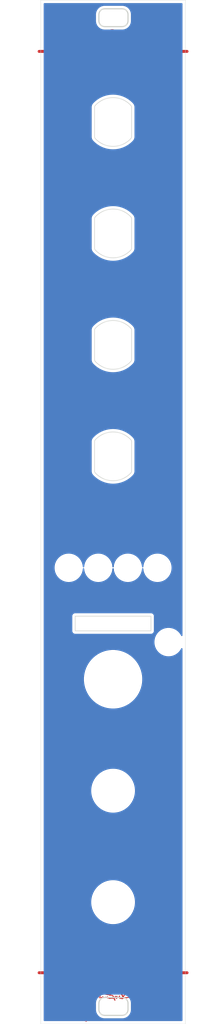
<source format=kicad_pcb>
(kicad_pcb (version 20241229) (generator "pcbnew") (generator_version "9.0")
  (layers (0 "F.Cu" signal) (2 "B.Cu" signal) (13 "F.Paste" user) (15 "B.Paste" user) (5 "F.SilkS" user "F.Silkscreen") (7 "B.SilkS" user "B.Silkscreen") (1 "F.Mask" user) (3 "B.Mask" user) (25 "Edge.Cuts" user))
  (net 0 "")
  (footprint "MountingHole:MountingHole_6mm" (layer "F.Cu") (at 123.825 123.825)
    (property "Reference" "REF**" (hide yes))
    (property "Value" "MountingHole_6mm" (hide yes))
    (pad "" np_thru_hole circle (at 0 0) (size 4.34 4.34) (drill 4.34) (layers "*.Cu" "*.Mask"))
  )
  (footprint "Library:4UMountingHole" (layer "F.Cu") (at 114.3 17.1)
    (property "Reference" "REF**" (hide yes))
    (property "Value" "4UMountingHole" (hide yes))
    (fp_line (start -2.4375 0.525) (end -2.4375 -0.525) (stroke (width 0.2)) (layer "Edge.Cuts"))
    (fp_line (start -1.4375 -1.525) (end 1.5625 -1.525) (stroke (width 0.2)) (layer "Edge.Cuts"))
    (fp_line (start 1.5625 1.525) (end -1.4375 1.525) (stroke (width 0.2)) (layer "Edge.Cuts"))
    (fp_line (start 2.5625 -0.525) (end 2.5625 0.525) (stroke (width 0.2)) (layer "Edge.Cuts"))
    (fp_arc (start -2.4375 -0.525) (mid -2.144607 -1.232107) (end -1.4375 -1.525) (stroke (width 0.2)) (layer "Edge.Cuts"))
    (fp_arc (start -1.4375 1.525) (mid -2.144607 1.232107) (end -2.4375 0.525) (stroke (width 0.2)) (layer "Edge.Cuts"))
    (fp_arc (start 1.5625 -1.525) (mid 2.269607 -1.232107) (end 2.5625 -0.525) (stroke (width 0.2)) (layer "Edge.Cuts"))
    (fp_arc (start 2.5625 0.525) (mid 2.269607 1.232107) (end 1.5625 1.525) (stroke (width 0.2)) (layer "Edge.Cuts"))
  )
  (footprint "Library:BananaJackInputBlue" (layer "F.Cu") (at 114.3 73.025)
    (property "Reference" "REF**" (hide yes))
    (property "Value" "BananaJackInputBlue" (hide yes))
    (fp_line (start -3.174999 2.501101) (end -3.174999 -2.5063) (stroke (width 0.1)) (layer "Edge.Cuts"))
    (fp_line (start 3.175001 -2.501301) (end 3.175001 2.5063) (stroke (width 0.1)) (layer "Edge.Cuts"))
    (fp_arc (start -3.174999 -2.5063) (mid -3.140023 -2.69) (end -3.039999 -2.848) (stroke (width 0.1)) (layer "Edge.Cuts"))
    (fp_arc (start -3.039999 -2.848) (mid 0.000001 -4.165658) (end 3.040001 -2.848) (stroke (width 0.1)) (layer "Edge.Cuts"))
    (fp_arc (start -3.039999 2.848) (mid -3.140967 2.687575) (end -3.174999 2.501101) (stroke (width 0.1)) (layer "Edge.Cuts"))
    (fp_arc (start 3.040001 -2.848) (mid 3.140968 -2.687681) (end 3.175001 -2.501301) (stroke (width 0.1)) (layer "Edge.Cuts"))
    (fp_arc (start 3.040001 2.848) (mid 0.000001 4.165658) (end -3.039999 2.848) (stroke (width 0.1)) (layer "Edge.Cuts"))
    (fp_arc (start 3.175001 2.5063) (mid 3.140031 2.690002) (end 3.040001 2.848) (stroke (width 0.1)) (layer "Edge.Cuts"))
  )
  (footprint "Library:BananaJackOutputBlack" (layer "F.Cu") (at 114.3 34.925)
    (property "Reference" "REF**" (hide yes))
    (property "Value" "BananaJackOutputBlack" (hide yes))
    (fp_circle (center 0 0) (end 5.5 0) (stroke (width 1)) (fill no) (layer "F.Cu"))
    (fp_line (start -3.174999 2.501101) (end -3.174999 -2.5063) (stroke (width 0.1)) (layer "Edge.Cuts"))
    (fp_line (start 3.175001 -2.501301) (end 3.175001 2.5063) (stroke (width 0.1)) (layer "Edge.Cuts"))
    (fp_arc (start -3.174999 -2.5063) (mid -3.140023 -2.69) (end -3.039999 -2.848) (stroke (width 0.1)) (layer "Edge.Cuts"))
    (fp_arc (start -3.039999 -2.848) (mid 0.000001 -4.165658) (end 3.040001 -2.848) (stroke (width 0.1)) (layer "Edge.Cuts"))
    (fp_arc (start -3.039999 2.848) (mid -3.140967 2.687575) (end -3.174999 2.501101) (stroke (width 0.1)) (layer "Edge.Cuts"))
    (fp_arc (start 3.040001 -2.848) (mid 3.140968 -2.687681) (end 3.175001 -2.501301) (stroke (width 0.1)) (layer "Edge.Cuts"))
    (fp_arc (start 3.040001 2.848) (mid 0.000001 4.165658) (end -3.039999 2.848) (stroke (width 0.1)) (layer "Edge.Cuts"))
    (fp_arc (start 3.175001 2.5063) (mid 3.140031 2.690002) (end 3.040001 2.848) (stroke (width 0.1)) (layer "Edge.Cuts"))
  )
  (footprint "Library:BananaJackInputBlue" (layer "F.Cu") (at 114.3 53.975)
    (property "Reference" "REF**" (hide yes))
    (property "Value" "BananaJackInputBlue" (hide yes))
    (fp_line (start -3.174999 2.501101) (end -3.174999 -2.5063) (stroke (width 0.1)) (layer "Edge.Cuts"))
    (fp_line (start 3.175001 -2.501301) (end 3.175001 2.5063) (stroke (width 0.1)) (layer "Edge.Cuts"))
    (fp_arc (start -3.174999 -2.5063) (mid -3.140023 -2.69) (end -3.039999 -2.848) (stroke (width 0.1)) (layer "Edge.Cuts"))
    (fp_arc (start -3.039999 -2.848) (mid 0.000001 -4.165658) (end 3.040001 -2.848) (stroke (width 0.1)) (layer "Edge.Cuts"))
    (fp_arc (start -3.039999 2.848) (mid -3.140967 2.687575) (end -3.174999 2.501101) (stroke (width 0.1)) (layer "Edge.Cuts"))
    (fp_arc (start 3.040001 -2.848) (mid 3.140968 -2.687681) (end 3.175001 -2.501301) (stroke (width 0.1)) (layer "Edge.Cuts"))
    (fp_arc (start 3.040001 2.848) (mid 0.000001 4.165658) (end -3.039999 2.848) (stroke (width 0.1)) (layer "Edge.Cuts"))
    (fp_arc (start 3.175001 2.5063) (mid 3.140031 2.690002) (end 3.040001 2.848) (stroke (width 0.1)) (layer "Edge.Cuts"))
  )
  (footprint "MountingHole:MountingHole_6mm" (layer "F.Cu") (at 116.84 111.125)
    (property "Reference" "REF**" (hide yes))
    (property "Value" "MountingHole_6mm" (hide yes))
    (pad "" np_thru_hole circle (at 0 0) (size 4.34 4.34) (drill 4.34) (layers "*.Cu" "*.Mask"))
  )
  (footprint "Library:PotMountingHole" (layer "F.Cu") (at 114.3 168.275)
    (property "Reference" "REF**" (hide yes))
    (property "Value" "PotMountingHole" (hide yes))
    (pad "" np_thru_hole circle (at 0 0) (size 7 7) (drill 7) (layers "*.Cu" "*.Mask"))
  )
  (footprint "MountingHole:MountingHole_6mm" (layer "F.Cu") (at 106.68 111.125)
    (property "Reference" "REF**" (hide yes))
    (property "Value" "MountingHole_6mm" (hide yes))
    (pad "" np_thru_hole circle (at 0 0) (size 4.34 4.34) (drill 4.34) (layers "*.Cu" "*.Mask"))
  )
  (footprint "MountingHole:MountingHole_6mm" (layer "F.Cu") (at 111.76 111.125)
    (property "Reference" "REF**" (hide yes))
    (property "Value" "MountingHole_6mm" (hide yes))
    (pad "" np_thru_hole circle (at 0 0) (size 4.34 4.34) (drill 4.34) (layers "*.Cu" "*.Mask"))
  )
  (footprint "MountingHole:MountingHole_6mm" (layer "F.Cu") (at 121.92 111.125)
    (property "Reference" "REF**" (hide yes))
    (property "Value" "MountingHole_6mm" (hide yes))
    (pad "" np_thru_hole circle (at 0 0) (size 4.34 4.34) (drill 4.34) (layers "*.Cu" "*.Mask"))
  )
  (footprint "Library:4UMountingHole" (layer "F.Cu") (at 114.3 186.1)
    (property "Reference" "REF**" (hide yes))
    (property "Value" "4UMountingHole" (hide yes))
    (fp_line (start -2.4375 0.525) (end -2.4375 -0.525) (stroke (width 0.2)) (layer "Edge.Cuts"))
    (fp_line (start -1.4375 -1.525) (end 1.5625 -1.525) (stroke (width 0.2)) (layer "Edge.Cuts"))
    (fp_line (start 1.5625 1.525) (end -1.4375 1.525) (stroke (width 0.2)) (layer "Edge.Cuts"))
    (fp_line (start 2.5625 -0.525) (end 2.5625 0.525) (stroke (width 0.2)) (layer "Edge.Cuts"))
    (fp_arc (start -2.4375 -0.525) (mid -2.144607 -1.232107) (end -1.4375 -1.525) (stroke (width 0.2)) (layer "Edge.Cuts"))
    (fp_arc (start -1.4375 1.525) (mid -2.144607 1.232107) (end -2.4375 0.525) (stroke (width 0.2)) (layer "Edge.Cuts"))
    (fp_arc (start 1.5625 -1.525) (mid 2.269607 -1.232107) (end 2.5625 -0.525) (stroke (width 0.2)) (layer "Edge.Cuts"))
    (fp_arc (start 2.5625 0.525) (mid 2.269607 1.232107) (end 1.5625 1.525) (stroke (width 0.2)) (layer "Edge.Cuts"))
  )
  (footprint "Library:MountingHole_8.4mm_M8" (layer "F.Cu") (at 114.3 130.175)
    (property "Reference" "REF**" (hide yes))
    (property "Value" "MountingHole_8.33mm" (hide yes))
    (pad "" np_thru_hole circle (at 0 0) (size 9.5 9.5) (drill 9.5) (layers "*.Cu" "*.Mask"))
  )
  (footprint "Library:PotMountingHole" (layer "F.Cu") (at 114.3 149.225)
    (property "Reference" "REF**" (hide yes))
    (property "Value" "PotMountingHole" (hide yes))
    (pad "" np_thru_hole circle (at 0 0) (size 7 7) (drill 7) (layers "*.Cu" "*.Mask"))
  )
  (footprint "Library:BananaJackInputRed" (layer "F.Cu") (at 114.3 92.075)
    (property "Reference" "REF**" (hide yes))
    (property "Value" "BananaJackInputRed" (hide yes))
    (fp_line (start -3.174999 2.501101) (end -3.174999 -2.5063) (stroke (width 0.1)) (layer "Edge.Cuts"))
    (fp_line (start 3.175001 -2.501301) (end 3.175001 2.5063) (stroke (width 0.1)) (layer "Edge.Cuts"))
    (fp_arc (start -3.174999 -2.5063) (mid -3.140023 -2.69) (end -3.039999 -2.848) (stroke (width 0.1)) (layer "Edge.Cuts"))
    (fp_arc (start -3.039999 -2.848) (mid 0.000001 -4.165658) (end 3.040001 -2.848) (stroke (width 0.1)) (layer "Edge.Cuts"))
    (fp_arc (start -3.039999 2.848) (mid -3.140967 2.687575) (end -3.174999 2.501101) (stroke (width 0.1)) (layer "Edge.Cuts"))
    (fp_arc (start 3.040001 -2.848) (mid 3.140968 -2.687681) (end 3.175001 -2.501301) (stroke (width 0.1)) (layer "Edge.Cuts"))
    (fp_arc (start 3.040001 2.848) (mid 0.000001 4.165658) (end -3.039999 2.848) (stroke (width 0.1)) (layer "Edge.Cuts"))
    (fp_arc (start 3.175001 2.5063) (mid 3.140031 2.690002) (end 3.040001 2.848) (stroke (width 0.1)) (layer "Edge.Cuts"))
  )
  (gr_poly (pts (xy 113.744875 182.971987) (xy 113.756493 183.008594) (xy 113.750473 183.014512) (xy 113.744452 183.020429) (xy 113.682435 183.03201) (xy 113.620417 183.043591) (xy 113.60747 183.030643) (xy 113.594523 183.017696) (xy 113.594523 182.970659) (xy 113.662996 182.970659) (xy 113.673897 182.95302) (xy 113.684799 182.935381) (xy 113.733256 182.935381)) (stroke (width -0.000001)) (fill yes) (layer "F.Cu"))
  (gr_line (start 101.6 22.86) (end 127 22.86) (stroke (width 0.5)) (layer "F.Cu"))
  (gr_poly (pts (xy 118.268845 180.998273) (xy 118.268845 181.082091) (xy 118.229157 181.10299) (xy 118.18947 181.12389) (xy 118.177398 181.142468) (xy 118.165325 181.161045) (xy 118.175152 181.210177) (xy 118.184978 181.259308) (xy 118.155198 181.304759) (xy 118.125417 181.350209) (xy 118.073659 181.338841) (xy 118.021901 181.327473) (xy 118.021901 181.437222) (xy 117.985529 181.545191) (xy 117.949156 181.65316) (xy 117.969714 181.665866) (xy 117.990273 181.678571) (xy 118.081052 181.689415) (xy 118.171832 181.700258) (xy 118.227531 181.634329) (xy 118.28323 181.5684) (xy 118.325681 181.608087) (xy 118.368132 181.647775) (xy 118.418774 181.647645) (xy 118.480511 181.610746) (xy 118.542247 181.573847) (xy 118.580946 181.533273) (xy 118.619643 181.4927) (xy 118.704417 181.461415) (xy 118.789191 181.430131) (xy 118.820673 181.403372) (xy 118.852156 181.376613) (xy 118.873756 181.331396) (xy 118.895355 181.286179) (xy 118.934088 181.280646) (xy 118.972822 181.275113) (xy 119.003989 181.311514) (xy 119.035157 181.347915) (xy 119.14294 181.347915) (xy 119.182142 181.375373) (xy 119.221345 181.402832) (xy 119.221345 181.473187) (xy 119.164019 181.497067) (xy 119.106693 181.520946) (xy 119.018498 181.533669) (xy 118.930304 181.546393) (xy 118.912665 181.559581) (xy 118.895026 181.57277) (xy 118.812555 181.584699) (xy 118.730084 181.596627) (xy 118.668968 181.64425) (xy 118.607853 181.691873) (xy 118.526543 181.739946) (xy 118.445234 181.788018) (xy 118.445234 181.835012) (xy 118.5202 181.890783) (xy 118.595165 181.946553) (xy 118.639809 181.982933) (xy 118.684453 182.019313) (xy 118.734296 182.023162) (xy 118.78414 182.027012) (xy 118.817284 181.982914) (xy 118.85043 181.938817) (xy 118.856775 181.815345) (xy 118.86312 181.691873) (xy 118.87646 181.697166) (xy 118.889799 181.702459) (xy 118.918871 181.644249) (xy 118.947942 181.586039) (xy 118.989735 181.580127) (xy 119.031528 181.574215) (xy 119.020042 181.641863) (xy 119.008556 181.709512) (xy 118.975893 181.938817) (xy 118.958276 182.018192) (xy 118.940659 182.097567) (xy 118.93912 182.17684) (xy 119.069135 182.320752) (xy 119.13201 182.309719) (xy 119.194885 182.298686) (xy 119.274259 182.275191) (xy 119.353634 182.251696) (xy 119.42821 182.231367) (xy 119.502786 182.211038) (xy 119.583623 182.141073) (xy 119.66446 182.071109) (xy 119.694708 182.071109) (xy 119.722608 182.081816) (xy 119.750509 182.092522) (xy 119.750109 182.150485) (xy 119.679527 182.224284) (xy 119.608946 182.298083) (xy 119.371253 182.367899) (xy 119.298651 182.387074) (xy 119.226049 182.406249) (xy 119.136833 182.406249) (xy 119.129015 182.472395) (xy 119.121198 182.53854) (xy 119.094264 182.599786) (xy 119.138757 182.616701) (xy 119.183249 182.633617) (xy 119.17328 182.674273) (xy 119.163311 182.714928) (xy 119.146059 182.736977) (xy 119.128809 182.759026) (xy 119.091281 182.759586) (xy 119.053754 182.760146) (xy 119.087991 182.786042) (xy 119.122229 182.811938) (xy 119.133499 182.793703) (xy 119.144769 182.775468) (xy 119.172401 182.786071) (xy 119.200034 182.796675) (xy 119.214138 182.879273) (xy 119.228243 182.961871) (xy 119.224143 183.014787) (xy 119.220042 183.067704) (xy 119.25596 183.137579) (xy 119.291878 183.207455) (xy 119.291878 183.24906) (xy 119.326769 183.325951) (xy 119.361659 183.402843) (xy 119.362059 183.466357) (xy 119.362459 183.52987) (xy 119.344316 183.581913) (xy 119.326173 183.633957) (xy 119.272058 183.665924) (xy 119.217943 183.69789) (xy 119.229916 183.777734) (xy 119.241889 183.857579) (xy 119.218389 183.872476) (xy 119.194889 183.887373) (xy 119.060912 183.887873) (xy 119.020493 183.844261) (xy 118.980074 183.800648) (xy 118.929842 183.85308) (xy 118.879608 183.905513) (xy 118.714139 183.905513) (xy 118.696377 183.927561) (xy 118.678616 183.94961) (xy 118.666354 184.006951) (xy 118.654093 184.064291) (xy 118.678698 184.073733) (xy 118.703303 184.083175) (xy 118.746249 184.066806) (xy 118.789195 184.050438) (xy 118.855341 184.087056) (xy 118.921486 184.123675) (xy 118.921486 184.187744) (xy 119.011112 184.236247) (xy 119.100739 184.284748) (xy 119.162591 184.332559) (xy 119.224443 184.380368) (xy 119.256375 184.390503) (xy 119.288307 184.400637) (xy 119.327404 184.496964) (xy 119.366501 184.593292) (xy 119.439446 184.665076) (xy 119.51239 184.73686) (xy 119.587909 184.781798) (xy 119.663428 184.826735) (xy 119.640364 184.902109) (xy 119.622724 184.924157) (xy 119.605084 184.946205) (xy 119.541551 184.946205) (xy 119.460671 184.884469) (xy 119.379793 184.822733) (xy 119.366704 184.822733) (xy 119.264484 184.902107) (xy 119.162266 184.981482) (xy 119.063925 184.978497) (xy 118.965585 184.975513) (xy 118.824452 184.964993) (xy 118.683341 184.954465) (xy 118.498767 184.857746) (xy 118.468464 184.811497) (xy 118.438161 184.765248) (xy 118.428459 184.69381) (xy 118.418758 184.622373) (xy 118.367353 184.608654) (xy 118.315948 184.594936) (xy 118.30208 184.603507) (xy 118.288211 184.612077) (xy 118.332612 184.677505) (xy 118.377013 184.742933) (xy 118.300871 184.809897) (xy 118.224731 184.876862) (xy 118.145356 184.866044) (xy 118.065981 184.855226) (xy 117.995425 184.859451) (xy 117.92487 184.863677) (xy 117.880772 184.861552) (xy 117.836675 184.859427) (xy 117.761147 184.847994) (xy 117.685618 184.836561) (xy 117.631731 184.858882) (xy 117.577844 184.881203) (xy 117.53969 184.836203) (xy 117.501536 184.791204) (xy 117.328922 184.769802) (xy 117.253996 184.720173) (xy 117.17907 184.670544) (xy 117.078624 184.646447) (xy 116.978178 184.62235) (xy 116.816523 184.654082) (xy 116.654868 184.685813) (xy 116.450272 184.679267) (xy 116.245677 184.672721) (xy 116.21733 184.649196) (xy 116.188984 184.62567) (xy 116.170572 184.637049) (xy 116.152161 184.648429) (xy 116.152161 184.714382) (xy 116.096724 184.769819) (xy 116.012653 184.769819) (xy 115.924458 184.858013) (xy 115.787142 184.858013) (xy 115.746466 184.822736) (xy 115.705791 184.787457) (xy 115.678602 184.787457) (xy 115.591972 184.807454) (xy 115.505344 184.827451) (xy 115.453925 184.802838) (xy 115.402508 184.778224) (xy 115.382658 184.716695) (xy 115.362808 184.655166) (xy 115.320922 184.649066) (xy 115.279036 184.642967) (xy 115.256987 184.624858) (xy 115.234939 184.60675) (xy 115.234939 184.488311) (xy 115.262386 184.419713) (xy 115.289834 184.351115) (xy 115.468993 184.205375) (xy 115.53921 184.205375) (xy 115.517339 184.314726) (xy 115.462207 184.384336) (xy 115.407075 184.453946) (xy 115.425531 184.472402) (xy 115.46019 184.450757) (xy 115.494849 184.429112) (xy 115.552438 184.451211) (xy 115.552438 184.679542) (xy 115.568093 184.689217) (xy 115.583748 184.698892) (xy 115.666471 184.602063) (xy 115.749194 184.505235) (xy 115.796863 184.505235) (xy 115.8523 184.560671) (xy 115.8523 184.681624) (xy 115.900038 184.681624) (xy 115.891142 184.589019) (xy 115.882246 184.496415) (xy 115.860416 184.478776) (xy 115.838587 184.461137) (xy 115.792129 184.219071) (xy 115.74725 184.190581) (xy 115.702371 184.162091) (xy 115.676452 184.125998) (xy 115.676202 184.087571) (xy 115.675951 184.049143) (xy 115.652279 184.02547) (xy 115.628606 184.001798) (xy 115.608182 183.963634) (xy 115.587757 183.92547) (xy 115.587257 183.843776) (xy 115.558378 183.764401) (xy 115.529499 183.685026) (xy 115.518947 183.615008) (xy 115.508395 183.54499) (xy 115.40034 183.499922) (xy 115.292285 183.454853) (xy 115.264627 183.431898) (xy 115.236969 183.408944) (xy 115.256144 183.36686) (xy 115.275319 183.324775) (xy 115.34335 183.279754) (xy 115.411381 183.234733) (xy 115.411381 183.206699) (xy 115.389333 183.179501) (xy 115.367284 183.152303) (xy 115.301138 183.103481) (xy 115.234992 183.054658) (xy 115.234992 182.977235) (xy 115.296294 182.953182) (xy 115.357596 182.929129) (xy 115.414151 182.870779) (xy 115.470706 182.812429) (xy 115.46024 182.801963) (xy 115.449775 182.791497) (xy 115.404848 182.786567) (xy 115.359921 182.781637) (xy 115.314015 182.751558) (xy 115.26811 182.72148) (xy 115.2736 182.682907) (xy 115.278066 182.651529) (xy 115.444208 182.651529) (xy 115.502732 182.668391) (xy 115.561257 182.685254) (xy 115.578896 182.686574) (xy 115.596535 182.687894) (xy 115.622846 182.67126) (xy 115.649157 182.654626) (xy 115.629984 182.635453) (xy 115.610812 182.616281) (xy 115.535015 182.612671) (xy 115.459219 182.609061) (xy 115.451714 182.630295) (xy 115.444208 182.651529) (xy 115.278066 182.651529) (xy 115.27909 182.644334) (xy 115.340827 182.624422) (xy 115.402563 182.604509) (xy 115.41148 182.553866) (xy 115.420396 182.503223) (xy 115.515096 182.497815) (xy 115.609796 182.492408) (xy 115.722442 182.537503) (xy 115.835088 182.582598) (xy 115.920391 182.582598) (xy 115.949048 182.611256) (xy 115.977705 182.639912) (xy 115.972356 182.677401) (xy 115.967008 182.71489) (xy 115.874403 182.720221) (xy 115.781799 182.725553) (xy 115.781799 182.775027) (xy 115.847945 182.786091) (xy 115.914091 182.797154) (xy 115.958188 182.810408) (xy 116.002285 182.823663) (xy 116.002285 182.908918) (xy 115.884943 182.914094) (xy 115.7676 182.91927) (xy 115.757004 182.961488) (xy 115.746408 183.003705) (xy 115.689282 183.009228) (xy 115.632157 183.014751) (xy 115.626555 183.044346) (xy 115.620953 183.073941) (xy 115.668729 183.079624) (xy 115.716505 183.085306) (xy 115.735085 183.114988) (xy 115.753664 183.144669) (xy 115.711636 183.234399) (xy 115.669609 183.324129) (xy 115.688941 183.343462) (xy 115.708273 183.362794) (xy 115.749446 183.383523) (xy 115.790619 183.404252) (xy 115.788348 183.526279) (xy 115.758379 183.663376) (xy 115.728409 183.800473) (xy 115.794377 183.896695) (xy 115.822787 183.940792) (xy 115.851196 183.98489) (xy 115.90469 184.060479) (xy 115.958184 184.136069) (xy 115.958184 184.258292) (xy 115.976208 184.258292) (xy 116.055783 184.220887) (xy 116.135359 184.183483) (xy 116.165834 184.145108) (xy 116.196309 184.106734) (xy 116.302139 184.028173) (xy 116.407969 183.949612) (xy 116.458505 183.927563) (xy 116.509039 183.905515) (xy 116.557233 183.905515) (xy 116.567982 183.948339) (xy 116.57873 183.991163) (xy 116.567129 184.027714) (xy 116.555528 184.064264) (xy 116.506894 184.064264) (xy 116.355967 184.183327) (xy 116.205039 184.30239) (xy 116.215229 184.367206) (xy 116.225418 184.432021) (xy 116.189974 184.45099) (xy 116.15453 184.469959) (xy 116.08543 184.469959) (xy 116.074724 184.49786) (xy 116.064017 184.525761) (xy 116.064017 184.575792) (xy 116.152211 184.575792) (xy 116.152211 184.528362) (xy 116.403565 184.528712) (xy 116.654919 184.529062) (xy 116.773299 184.506481) (xy 116.891678 184.483901) (xy 117.168259 184.514576) (xy 117.44484 184.545252) (xy 117.561407 184.536601) (xy 117.677975 184.52795) (xy 117.801447 184.540281) (xy 117.924919 184.552612) (xy 117.953873 184.527942) (xy 117.982828 184.503272) (xy 117.974329 184.47077) (xy 117.96583 184.438267) (xy 117.918916 184.394657) (xy 117.872003 184.351045) (xy 117.730891 184.335556) (xy 117.58978 184.320067) (xy 116.901864 184.322557) (xy 116.880376 184.294853) (xy 116.858888 184.267148) (xy 116.858328 184.228501) (xy 116.857768 184.189855) (xy 116.879051 184.176702) (xy 116.900332 184.163549) (xy 117.013236 184.153612) (xy 117.12614 184.143675) (xy 117.13139 183.891726) (xy 117.136639 183.639777) (xy 117.197745 183.511106) (xy 117.25885 183.382436) (xy 117.421829 183.305827) (xy 117.503353 183.305827) (xy 117.524519 183.326994) (xy 117.545686 183.348161) (xy 117.545686 183.411153) (xy 117.465435 183.43136) (xy 117.385185 183.451568) (xy 117.342905 183.535002) (xy 117.300626 183.618436) (xy 117.280098 183.736314) (xy 117.25957 183.854192) (xy 117.266381 183.974721) (xy 117.273192 184.09525) (xy 117.294659 184.121115) (xy 117.316126 184.146981) (xy 117.382398 184.136222) (xy 117.448672 184.125464) (xy 117.460896 184.011097) (xy 117.473119 183.89673) (xy 117.50344 183.795095) (xy 117.53376 183.693461) (xy 117.55508 183.675767) (xy 117.576399 183.658073) (xy 117.615651 183.689858) (xy 117.654903 183.721642) (xy 117.633423 183.800367) (xy 117.611942 183.879091) (xy 117.609683 183.998782) (xy 117.607423 184.118473) (xy 117.631552 184.133401) (xy 117.655682 184.148328) (xy 117.803944 184.167467) (xy 117.952207 184.186605) (xy 118.009121 184.22692) (xy 118.066035 184.267235) (xy 118.101313 184.286524) (xy 118.136591 184.305812) (xy 118.15722 184.383493) (xy 118.177849 184.461174) (xy 118.179829 184.469994) (xy 118.181809 184.478813) (xy 118.206576 184.44612) (xy 118.231343 184.413427) (xy 118.20251 184.337591) (xy 118.236001 184.228495) (xy 118.269492 184.119399) (xy 118.305311 184.108031) (xy 118.34113 184.096662) (xy 118.366742 184.117919) (xy 118.392354 184.139174) (xy 118.392354 184.308946) (xy 118.37521 184.354039) (xy 118.358066 184.399131) (xy 118.368093 184.425263) (xy 118.37812 184.451395) (xy 118.438307 184.462686) (xy 118.498494 184.473977) (xy 118.542438 184.508543) (xy 118.586382 184.543109) (xy 118.586382 184.591062) (xy 118.641294 184.630163) (xy 118.696207 184.669264) (xy 118.720905 184.728378) (xy 118.745605 184.787492) (xy 118.886244 184.787492) (xy 118.886244 184.734057) (xy 118.943123 184.699466) (xy 119.000003 184.664876) (xy 119.093053 184.645558) (xy 119.186105 184.626241) (xy 119.186105 184.613603) (xy 119.116237 184.508414) (xy 119.046369 184.403226) (xy 118.965865 184.375795) (xy 118.885361 184.348364) (xy 118.820047 184.294528) (xy 118.754734 184.240691) (xy 118.69492 184.240691) (xy 118.721217 184.293405) (xy 118.747515 184.346121) (xy 118.741914 184.39483) (xy 118.736314 184.443538) (xy 118.689093 184.448995) (xy 118.641872 184.454453) (xy 118.556801 184.394753) (xy 118.47173 184.335054) (xy 118.466121 184.267967) (xy 118.460511 184.200879) (xy 118.4902 184.024078) (xy 118.519888 183.847277) (xy 118.509607 183.772269) (xy 118.499326 183.697261) (xy 118.520805 183.68015) (xy 118.542285 183.663039) (xy 118.604022 183.650449) (xy 118.665758 183.637858) (xy 118.80687 183.631478) (xy 118.815758 183.52598) (xy 118.824647 183.420481) (xy 118.838847 183.398432) (xy 118.853049 183.376384) (xy 118.923842 183.376384) (xy 118.956371 183.393793) (xy 118.988899 183.411202) (xy 119.000174 183.477938) (xy 119.011449 183.544675) (xy 119.025617 183.567599) (xy 119.039785 183.590523) (xy 119.108076 183.54418) (xy 119.176366 183.497836) (xy 119.188424 183.485778) (xy 119.168946 183.413442) (xy 119.149468 183.341106) (xy 119.023868 183.341106) (xy 119.023795 183.341074) (xy 119.199368 183.341074) (xy 119.221813 183.36812) (xy 119.24426 183.395165) (xy 119.262558 183.389066) (xy 119.280857 183.382967) (xy 119.28784 183.36202) (xy 119.294822 183.341074) (xy 119.199368 183.341074) (xy 119.023795 183.341074) (xy 118.968285 183.316303) (xy 118.912703 183.2915) (xy 118.864706 183.280817) (xy 118.816708 183.270134) (xy 118.797638 183.234502) (xy 118.778568 183.198869) (xy 118.877007 183.155335) (xy 118.975446 183.111801) (xy 119.040675 183.111801) (xy 119.061993 183.086115) (xy 119.08331 183.060429) (xy 119.060394 183.02335) (xy 119.054649 182.93538) (xy 119.097855 182.93538) (xy 119.170492 182.93538) (xy 119.159591 182.917741) (xy 119.148689 182.900102) (xy 119.097855 182.900102) (xy 119.097855 182.93538) (xy 119.054649 182.93538) (xy 119.052835 182.907598) (xy 119.045276 182.791845) (xy 118.992079 182.715896) (xy 118.992079 182.601514) (xy 118.956802 182.582634) (xy 118.921523 182.563754) (xy 118.921523 182.40921) (xy 118.855378 182.357363) (xy 118.789232 182.305516) (xy 118.747984 182.28387) (xy 118.706735 182.262223) (xy 118.568745 182.137557) (xy 118.568745 182.073842) (xy 118.509355 182.054242) (xy 118.449965 182.034641) (xy 118.381473 181.982809) (xy 118.312981 181.930977) (xy 118.283687 181.930486) (xy 118.254392 181.929996) (xy 118.183955 182.079927) (xy 118.171455 182.124024) (xy 118.158956 182.168121) (xy 118.074856 182.28042) (xy 118.074856 182.390927) (xy 118.056596 182.425045) (xy 118.038337 182.459163) (xy 117.971918 182.459163) (xy 117.966061 182.334128) (xy 117.960203 182.209092) (xy 117.983271 182.190011) (xy 118.006339 182.17093) (xy 118.032941 182.107789) (xy 118.059543 182.044649) (xy 118.074557 181.96532) (xy 118.089571 181.88599) (xy 118.071234 181.863896) (xy 118.052898 181.841802) (xy 117.933746 181.841802) (xy 117.933746 181.966381) (xy 117.911697 181.974828) (xy 117.889648 181.983276) (xy 117.901961 182.160619) (xy 117.891588 182.20195) (xy 117.881214 182.243281) (xy 117.842665 182.253362) (xy 117.804115 182.263442) (xy 117.776326 182.247883) (xy 117.748537 182.232324) (xy 117.748437 182.108372) (xy 117.748337 181.98442) (xy 117.792513 181.979257) (xy 117.83669 181.974093) (xy 117.83669 181.92406) (xy 117.748658 181.89616) (xy 117.660627 181.868259) (xy 117.65512 181.839257) (xy 117.649613 181.810256) (xy 117.703465 181.771911) (xy 117.757315 181.733566) (xy 117.757315 181.671562) (xy 117.801412 181.630134) (xy 117.845509 181.588707) (xy 117.845509 181.577185) (xy 117.860194 181.577185) (xy 117.91605 181.577185) (xy 117.916049 181.549257) (xy 117.916049 181.521329) (xy 117.895104 181.528311) (xy 117.874157 181.535293) (xy 117.867175 181.556239) (xy 117.860194 181.577185) (xy 117.845509 181.577185) (xy 117.845509 181.472191) (xy 117.889607 181.355035) (xy 117.933704 181.23788) (xy 117.933704 181.08627) (xy 117.911655 181.077373) (xy 117.889607 181.068477) (xy 117.948966 181.065692) (xy 117.959666 181.03198) (xy 117.970366 180.998269) (xy 118.030234 180.952606) (xy 118.090102 180.906943) (xy 118.160304 180.906943)) (stroke (width -0.000001)) (fill yes) (layer "F.Cu"))
  (gr_poly (pts (xy 115.030814 184.269067) (xy 115.05855 184.27971) (xy 115.05855 184.386776) (xy 114.985806 184.501958) (xy 114.913062 184.61714) (xy 114.959348 184.650856) (xy 115.005634 184.684573) (xy 115.005634 184.768583) (xy 114.971516 184.786843) (xy 114.937397 184.805102) (xy 114.834002 184.805102) (xy 114.787525 184.768544) (xy 114.741049 184.731986) (xy 114.741049 184.613999) (xy 114.777344 184.529328) (xy 114.813638 184.444658) (xy 114.875555 184.369096) (xy 114.937473 184.293533) (xy 114.970275 184.275978) (xy 115.003078 184.258423)) (stroke (width -0.000001)) (fill yes) (layer "F.Cu"))
  (gr_poly (pts (xy 119.955044 182.969843) (xy 120.059177 182.988005) (xy 120.138551 182.997391) (xy 120.217926 183.006778) (xy 120.246293 183.015572) (xy 120.274661 183.024365) (xy 120.305871 183.093577) (xy 120.337081 183.162789) (xy 120.326564 183.190196) (xy 120.316047 183.217603) (xy 120.293444 183.215778) (xy 120.270842 183.213953) (xy 120.204694 183.196388) (xy 120.138549 183.17882) (xy 120.136459 183.149705) (xy 120.13437 183.120589) (xy 120.137235 183.09854) (xy 120.140099 183.076492) (xy 120.105357 183.076492) (xy 120.093318 183.095969) (xy 120.081281 183.115448) (xy 119.964396 183.104246) (xy 119.847511 183.093044) (xy 119.739094 183.077546) (xy 119.630677 183.062048) (xy 119.592509 183.041621) (xy 119.55434 183.021195) (xy 119.560009 182.991517) (xy 119.565678 182.961839) (xy 119.708294 182.956759) (xy 119.85091 182.95168)) (stroke (width -0.000001)) (fill yes) (layer "F.Cu"))
  (gr_poly (pts (xy 114.997972 182.889539) (xy 115.093828 182.934924) (xy 115.093828 183.002162) (xy 115.065926 183.012868) (xy 115.038026 183.023574) (xy 115.026239 183.021344) (xy 115.014452 183.019114) (xy 114.943897 183.001623) (xy 114.873341 182.98413) (xy 114.850166 182.977515) (xy 114.826991 182.970901) (xy 114.832527 182.913597) (xy 114.838064 182.856294) (xy 114.870091 182.850224) (xy 114.902117 182.844154)) (stroke (width -0.000001)) (fill yes) (layer "F.Cu"))
  (gr_poly (pts (xy 113.645822 181.274754) (xy 113.713268 181.294962) (xy 113.827602 181.294962) (xy 113.816896 181.322863) (xy 113.806189 181.350764) (xy 113.806189 181.3648) (xy 113.735634 181.400795) (xy 113.665078 181.43679) (xy 113.665078 181.465688) (xy 113.710005 181.486158) (xy 113.754932 181.506628) (xy 113.80707 181.506628) (xy 113.906883 181.541709) (xy 114.006695 181.576791) (xy 114.052928 181.621084) (xy 114.09916 181.665378) (xy 114.156884 181.665378) (xy 114.167786 181.647739) (xy 114.178687 181.6301) (xy 114.229521 181.6301) (xy 114.230561 181.687427) (xy 114.231601 181.744753) (xy 114.270248 181.822504) (xy 114.308894 181.900255) (xy 114.397089 181.924452) (xy 114.485282 181.948648) (xy 114.719039 182.021175) (xy 114.777682 182.059353) (xy 114.836324 182.097531) (xy 114.934206 182.150448) (xy 115.032089 182.203365) (xy 115.032089 182.255935) (xy 114.980171 182.264928) (xy 114.928255 182.273921) (xy 114.931665 182.287149) (xy 114.935075 182.300379) (xy 114.935075 182.33524) (xy 115.007142 182.346764) (xy 115.079208 182.358287) (xy 115.088859 182.383436) (xy 115.098509 182.408584) (xy 115.078528 182.428565) (xy 115.058546 182.448546) (xy 115.058546 182.489997) (xy 115.110504 182.500389) (xy 115.162461 182.51078) (xy 115.18168 182.546691) (xy 115.200899 182.582602) (xy 115.182018 182.617879) (xy 115.163138 182.653157) (xy 115.127929 182.653157) (xy 115.040907 182.60906) (xy 114.953886 182.564963) (xy 114.899796 182.564963) (xy 114.899796 182.601494) (xy 114.974894 182.633685) (xy 115.049992 182.665875) (xy 115.107185 182.714) (xy 115.16438 182.762126) (xy 115.16438 182.829546) (xy 115.089453 182.829546) (xy 114.983795 182.75899) (xy 114.878137 182.688435) (xy 114.816866 182.688435) (xy 114.761317 182.66907) (xy 114.705769 182.649706) (xy 114.705769 182.60224) (xy 114.745457 182.573912) (xy 114.785144 182.545584) (xy 114.736637 182.509705) (xy 114.68813 182.473826) (xy 114.68813 182.355834) (xy 114.586707 182.34537) (xy 114.485282 182.334905) (xy 114.366607 182.317539) (xy 114.247931 182.300173) (xy 114.15797 182.28088) (xy 114.068008 182.261587) (xy 114.035165 182.184968) (xy 114.002323 182.108349) (xy 113.948351 182.080439) (xy 113.89438 182.052529) (xy 113.89438 181.995124) (xy 113.982579 181.995124) (xy 114.126581 182.072786) (xy 114.270583 182.150449) (xy 114.519046 182.205637) (xy 114.767509 182.260825) (xy 114.826305 182.262963) (xy 114.885101 182.265102) (xy 114.877836 182.243053) (xy 114.870572 182.221005) (xy 114.800259 182.167216) (xy 114.729946 182.113428) (xy 114.625255 182.090271) (xy 114.520564 182.067115) (xy 114.362529 182.016178) (xy 114.204495 181.965241) (xy 113.982579 181.965241) (xy 113.982579 181.995124) (xy 113.89438 181.995124) (xy 113.89438 181.948274) (xy 113.815005 181.929592) (xy 113.691533 181.916548) (xy 113.568061 181.903505) (xy 113.568061 181.81531) (xy 113.734034 181.810201) (xy 113.900009 181.805092) (xy 113.978772 181.831929) (xy 114.057534 181.858767) (xy 114.070606 181.850688) (xy 114.083677 181.84261) (xy 114.075802 181.801415) (xy 114.067926 181.76022) (xy 113.866361 181.715503) (xy 113.617582 181.721309) (xy 113.368804 181.727115) (xy 113.334752 181.757983) (xy 113.3007 181.788852) (xy 113.242939 181.788852) (xy 113.181791 181.759692) (xy 113.120643 181.730533) (xy 112.886698 181.75806) (xy 112.652753 181.785587) (xy 112.634157 181.812149) (xy 112.615561 181.838712) (xy 112.597264 181.869105) (xy 112.578966 181.899498) (xy 112.466903 181.914823) (xy 112.354841 181.930149) (xy 112.297682 181.965475) (xy 112.240522 182.000802) (xy 112.169156 182.005581) (xy 112.097789 182.01036) (xy 112.033478 182.06446) (xy 111.984971 182.094632) (xy 111.936464 182.124804) (xy 111.936464 182.172844) (xy 112.055526 182.163826) (xy 112.174589 182.154807) (xy 112.202916 182.130145) (xy 112.231242 182.105484) (xy 112.339621 182.086393) (xy 112.448001 182.067302) (xy 112.474454 182.077454) (xy 112.500908 182.087605) (xy 112.500908 182.139109) (xy 112.47142 182.168597) (xy 112.441932 182.198085) (xy 112.377844 182.187837) (xy 112.313755 182.177589) (xy 112.27945 182.201323) (xy 112.245144 182.225057) (xy 112.139311 182.237959) (xy 112.033478 182.250861) (xy 112.008938 182.27121) (xy 111.984398 182.291559) (xy 111.920743 182.309663) (xy 111.857089 182.327767) (xy 111.851737 182.391387) (xy 111.846386 182.455007) (xy 111.924959 182.446151) (xy 112.003533 182.437294) (xy 112.02455 182.476563) (xy 112.045565 182.515832) (xy 112.012236 182.549161) (xy 111.91866 182.513605) (xy 111.825084 182.478049) (xy 111.774941 182.507669) (xy 111.724797 182.537289) (xy 111.724797 182.563547) (xy 111.635284 182.647277) (xy 111.545771 182.731006) (xy 111.492228 182.837602) (xy 111.438686 182.944197) (xy 111.395034 183.05885) (xy 111.351381 183.173503) (xy 111.334299 183.244059) (xy 111.317217 183.314614) (xy 111.290397 183.39399) (xy 111.263578 183.473365) (xy 111.25924 183.592778) (xy 111.254901 183.712191) (xy 111.234564 183.732529) (xy 111.214227 183.752866) (xy 111.170137 183.732778) (xy 111.126048 183.712689) (xy 111.114759 183.667712) (xy 111.103471 183.622734) (xy 111.130472 183.495132) (xy 111.157473 183.367531) (xy 111.219012 183.199962) (xy 111.280551 183.032392) (xy 111.318154 182.956855) (xy 111.355756 182.881319) (xy 111.344188 182.862601) (xy 111.33262 182.843884) (xy 111.253446 182.920499) (xy 111.174271 182.997115) (xy 111.103988 183.091116) (xy 111.033704 183.185117) (xy 110.992975 183.277213) (xy 110.952246 183.369308) (xy 110.896009 183.452636) (xy 110.839771 183.535964) (xy 110.823124 183.596254) (xy 110.806477 183.656544) (xy 110.771749 183.667567) (xy 110.73702 183.67859) (xy 110.703216 183.667861) (xy 110.669413 183.657132) (xy 110.632859 183.552275) (xy 110.605525 183.541786) (xy 110.578191 183.531297) (xy 110.535558 183.541997) (xy 110.492925 183.552697) (xy 110.462207 183.645323) (xy 110.431489 183.737948) (xy 110.399046 183.795811) (xy 110.366603 183.853674) (xy 110.366603 183.867897) (xy 110.463617 183.87906) (xy 110.459944 183.983433) (xy 110.456271 184.087806) (xy 110.530626 184.014833) (xy 110.604981 183.941859) (xy 110.648952 183.952694) (xy 110.692923 183.96353) (xy 110.73702 183.998032) (xy 110.73702 184.081433) (xy 110.678623 184.105834) (xy 110.620226 184.130233) (xy 110.555052 184.206375) (xy 110.489877 184.282517) (xy 110.406191 184.278581) (xy 110.322506 184.274646) (xy 110.292756 184.265638) (xy 110.263005 184.25663) (xy 110.257478 184.219158) (xy 110.251951 184.181687) (xy 110.233076 184.175484) (xy 110.214201 184.16928) (xy 110.17134 184.206654) (xy 110.128478 184.244027) (xy 110.033447 184.293458) (xy 109.990072 184.276966) (xy 109.946697 184.260475) (xy 109.935443 184.242266) (xy 109.92419 184.224057) (xy 109.949563 184.174991) (xy 109.974936 184.125925) (xy 110.01202 184.092365) (xy 110.049103 184.058805) (xy 110.049103 184.024486) (xy 109.979171 184.035669) (xy 109.909238 184.046852) (xy 109.842469 184.090141) (xy 109.775701 184.13343) (xy 109.722784 184.194026) (xy 109.648292 184.263723) (xy 109.5738 184.33342) (xy 109.454264 184.373486) (xy 109.334729 184.413551) (xy 109.290631 184.423754) (xy 109.246534 184.433957) (xy 109.123062 184.511435) (xy 109.165268 184.521918) (xy 109.207473 184.5324) (xy 109.22273 184.573644) (xy 109.237988 184.614889) (xy 109.175159 184.672438) (xy 109.11233 184.729987) (xy 109.036334 184.769073) (xy 108.960339 184.808159) (xy 108.870813 184.881597) (xy 108.781286 184.955036) (xy 108.778075 184.968688) (xy 108.774863 184.982342) (xy 108.785362 185.034834) (xy 108.79586 185.087327) (xy 108.83202 185.087327) (xy 108.83202 185.038463) (xy 108.913556 184.939423) (xy 108.995091 184.840383) (xy 109.077551 184.840383) (xy 109.099093 184.912284) (xy 109.120636 184.984185) (xy 109.088888 185.084263) (xy 109.057141 185.184341) (xy 109.039947 185.237258) (xy 109.022753 185.290174) (xy 108.999268 185.387042) (xy 108.975783 185.483911) (xy 108.981724 185.489852) (xy 108.987665 185.495793) (xy 109.077056 185.357706) (xy 109.166448 185.219618) (xy 109.236031 185.143042) (xy 109.305614 185.066466) (xy 109.342221 185.078085) (xy 109.378828 185.089704) (xy 109.378828 185.210017) (xy 109.331298 185.306928) (xy 109.283768 185.403841) (xy 109.293524 185.413597) (xy 109.30328 185.423352) (xy 109.383537 185.388951) (xy 109.463793 185.354549) (xy 109.493481 185.302207) (xy 109.599099 185.266644) (xy 109.704718 185.231082) (xy 109.726981 185.249559) (xy 109.749245 185.268036) (xy 109.749245 185.371153) (xy 109.662654 185.457744) (xy 109.555299 185.457744) (xy 109.466967 185.521204) (xy 109.378635 185.584664) (xy 109.368 185.627037) (xy 109.357365 185.66941) (xy 109.199063 185.66941) (xy 109.148116 185.639315) (xy 109.09717 185.60922) (xy 109.043758 185.663851) (xy 108.990347 185.718481) (xy 108.927365 185.730296) (xy 108.864383 185.742112) (xy 108.821745 185.714174) (xy 108.779106 185.686237) (xy 108.779106 185.668932) (xy 108.794765 185.638304) (xy 108.810424 185.607675) (xy 108.841812 185.470984) (xy 108.8732 185.334293) (xy 108.862289 185.323382) (xy 108.851379 185.312471) (xy 108.838803 185.362577) (xy 108.826227 185.412683) (xy 108.767434 185.510179) (xy 108.708641 185.607676) (xy 108.708596 185.633855) (xy 108.708551 185.660034) (xy 108.661607 185.757327) (xy 108.614663 185.854621) (xy 108.603102 185.879901) (xy 108.59154 185.90518) (xy 108.564248 185.922395) (xy 108.536957 185.93961) (xy 108.508101 185.928537) (xy 108.479245 185.917464) (xy 108.479245 185.727087) (xy 108.549801 185.63739) (xy 108.549801 185.54594) (xy 108.476926 185.54594) (xy 108.445165 185.562938) (xy 108.413403 185.579936) (xy 108.402052 185.650926) (xy 108.3907 185.721916) (xy 108.356495 185.788268) (xy 108.322291 185.854621) (xy 108.304551 185.902179) (xy 108.286812 185.949737) (xy 108.226173 185.961113) (xy 108.165533 185.972489) (xy 108.174563 186.03981) (xy 108.183592 186.107129) (xy 108.153094 186.166084) (xy 108.122595 186.225038) (xy 108.107311 186.286775) (xy 108.092027 186.348511) (xy 108.110677 186.445535) (xy 108.129326 186.542558) (xy 108.153508 186.575629) (xy 108.177689 186.608699) (xy 108.20269 186.599106) (xy 108.227691 186.589512) (xy 108.230254 186.47132) (xy 108.232817 186.353127) (xy 108.257703 186.313233) (xy 108.270666 186.225039) (xy 108.28363 186.136845) (xy 108.295311 186.07907) (xy 108.306992 186.021296) (xy 108.344127 185.995286) (xy 108.381262 185.969276) (xy 108.457287 185.969276) (xy 108.494202 186.013755) (xy 108.451887 186.207591) (xy 108.409572 186.401428) (xy 108.409132 186.443275) (xy 108.408692 186.485122) (xy 108.437123 186.461526) (xy 108.465555 186.43793) (xy 108.522141 186.442805) (xy 108.578728 186.44768) (xy 108.597054 186.406915) (xy 108.61538 186.36615) (xy 108.627668 186.421552) (xy 108.639955 186.476955) (xy 108.738015 186.585315) (xy 108.836075 186.693675) (xy 108.856099 186.66655) (xy 108.876122 186.639425) (xy 108.930522 186.623921) (xy 108.984922 186.608418) (xy 109.014307 186.624863) (xy 109.043692 186.641307) (xy 109.043692 186.672125) (xy 108.998057 186.72636) (xy 108.952423 186.780593) (xy 108.97904 186.790807) (xy 109.005657 186.801022) (xy 109.07665 186.763027) (xy 109.149525 186.763027) (xy 109.149525 186.796223) (xy 109.134203 186.805692) (xy 109.118881 186.815162) (xy 109.107644 186.885436) (xy 109.096407 186.955708) (xy 109.158884 187.084084) (xy 109.22136 187.212459) (xy 109.277097 187.269965) (xy 109.332834 187.327471) (xy 109.378357 187.327471) (xy 109.403758 187.26668) (xy 109.429158 187.205888) (xy 109.441447 187.059422) (xy 109.453735 186.912957) (xy 109.476856 186.856259) (xy 109.499978 186.799559) (xy 109.545467 186.788143) (xy 109.590955 186.776726) (xy 109.643414 186.820262) (xy 109.643414 186.867536) (xy 109.679004 186.962658) (xy 109.714594 187.057781) (xy 109.784837 187.085373) (xy 109.85508 187.112965) (xy 109.85508 187.197594) (xy 109.82843 187.287336) (xy 109.801779 187.377078) (xy 109.819719 187.424263) (xy 109.837659 187.471448) (xy 109.859599 187.464211) (xy 109.881539 187.456975) (xy 109.900647 187.418995) (xy 109.919755 187.381016) (xy 109.95202 187.404609) (xy 109.984285 187.428201) (xy 109.973153 187.45721) (xy 109.962021 187.48622) (xy 109.911771 187.48622) (xy 109.900516 187.515549) (xy 109.889261 187.54488) (xy 109.987372 187.648673) (xy 110.086585 187.716532) (xy 110.185797 187.784392) (xy 110.19592 187.810772) (xy 110.206043 187.837152) (xy 110.263415 187.86682) (xy 110.320786 187.896487) (xy 110.344957 187.920658) (xy 110.369128 187.944829) (xy 110.421803 187.944829) (xy 110.463868 187.99482) (xy 110.505933 188.044813) (xy 110.590611 188.08557) (xy 110.675289 188.126328) (xy 110.785881 188.177503) (xy 110.81878 188.17134) (xy 110.851678 188.165176) (xy 110.885916 188.089495) (xy 110.920154 188.013814) (xy 110.955748 188.019008) (xy 110.991343 188.024203) (xy 111.002062 188.0683) (xy 111.012782 188.112398) (xy 110.999487 188.165314) (xy 110.986191 188.218231) (xy 110.958861 188.324064) (xy 110.931532 188.429897) (xy 110.922295 188.477772) (xy 110.913059 188.525647) (xy 110.838271 188.546339) (xy 110.763483 188.567031) (xy 110.622372 188.545407) (xy 110.481261 188.523783) (xy 110.297271 188.507863) (xy 110.113281 188.491942) (xy 110.079373 188.522656) (xy 110.045465 188.55337) (xy 109.802249 188.55337) (xy 109.802205 188.608809) (xy 109.802161 188.664248) (xy 109.774261 188.674956) (xy 109.74636 188.685662) (xy 109.708115 188.683017) (xy 109.66987 188.680372) (xy 109.618538 188.672752) (xy 109.567206 188.665131) (xy 109.530344 188.64264) (xy 109.493481 188.62015) (xy 109.391276 188.58928) (xy 109.289072 188.558411) (xy 109.232526 188.569868) (xy 109.175981 188.581326) (xy 109.065857 188.591442) (xy 108.955733 188.601558) (xy 108.859197 188.589497) (xy 108.76266 188.577436) (xy 108.782074 188.546351) (xy 108.801487 188.515265) (xy 108.770832 188.468481) (xy 108.740178 188.421697) (xy 108.680267 188.38467) (xy 108.620356 188.347642) (xy 108.620356 188.285962) (xy 108.549181 188.210815) (xy 108.758516 188.210815) (xy 108.834957 188.279944) (xy 108.911398 188.349072) (xy 108.933446 188.349797) (xy 108.955495 188.350522) (xy 108.955495 188.301708) (xy 108.884889 188.237919) (xy 108.814282 188.17413) (xy 108.781188 188.17413) (xy 108.769852 188.192473) (xy 108.758516 188.210815) (xy 108.549181 188.210815) (xy 108.536571 188.197502) (xy 108.452787 188.109042) (xy 108.419349 188.056699) (xy 108.637995 188.056699) (xy 108.666811 188.08854) (xy 108.695626 188.120382) (xy 108.710908 188.110937) (xy 108.726189 188.101493) (xy 108.726189 188.085936) (xy 109.535496 188.085936) (xy 109.572856 188.085936) (xy 109.572856 188.050658) (xy 109.557299 188.050658) (xy 109.546398 188.068297) (xy 109.535496 188.085936) (xy 108.726189 188.085936) (xy 108.726189 188.070817) (xy 108.698471 188.043098) (xy 108.670753 188.01538) (xy 108.637995 188.01538) (xy 108.637995 188.056699) (xy 108.419349 188.056699) (xy 108.367419 187.975409) (xy 108.311037 187.887151) (xy 108.514523 187.887151) (xy 108.551081 187.933627) (xy 108.587639 187.980103) (xy 108.614477 187.980103) (xy 108.625532 187.969047) (xy 108.636588 187.957991) (xy 108.61038 187.907311) (xy 108.584172 187.85663) (xy 108.570325 187.85663) (xy 108.542424 187.845924) (xy 108.51881 187.836863) (xy 108.972371 187.836863) (xy 109.017725 187.878917) (xy 109.063079 187.920971) (xy 109.151224 187.943562) (xy 109.239369 187.966153) (xy 109.357606 188.024455) (xy 109.475842 188.082757) (xy 109.496237 188.056782) (xy 109.516632 188.030806) (xy 109.652231 188.053332) (xy 109.700738 188.071777) (xy 109.749245 188.090222) (xy 109.749245 188.122093) (xy 109.797752 188.139293) (xy 109.846259 188.156492) (xy 109.934453 188.200162) (xy 110.022648 188.24383) (xy 110.172578 188.286165) (xy 110.322509 188.328501) (xy 110.415113 188.330691) (xy 110.507717 188.332886) (xy 110.507717 188.298275) (xy 110.551814 188.287207) (xy 110.595912 188.27614) (xy 110.595268 188.264823) (xy 110.594624 188.253506) (xy 110.518014 188.204999) (xy 110.441405 188.156492) (xy 110.386765 188.156492) (xy 110.359046 188.128774) (xy 110.331328 188.101056) (xy 110.331328 188.121771) (xy 110.282249 188.066842) (xy 110.23317 188.011912) (xy 110.145548 188.002279) (xy 110.057926 187.992644) (xy 110.045627 187.97361) (xy 110.033329 187.954577) (xy 110.072586 187.930315) (xy 110.021159 187.879464) (xy 109.969731 187.828613) (xy 109.913705 187.805743) (xy 109.857679 187.782874) (xy 109.821101 187.794483) (xy 109.784523 187.806093) (xy 109.784523 187.750799) (xy 109.749245 187.750799) (xy 109.749245 187.661059) (xy 109.718377 187.666241) (xy 109.687509 187.671424) (xy 109.691637 187.627327) (xy 109.695766 187.58323) (xy 109.671342 187.512674) (xy 109.646918 187.442118) (xy 109.572913 187.430852) (xy 109.555246 187.477321) (xy 109.537579 187.523789) (xy 109.537579 187.596367) (xy 109.564037 187.574409) (xy 109.590495 187.552451) (xy 109.616954 187.574409) (xy 109.643412 187.596367) (xy 109.643412 187.637093) (xy 109.547912 187.635628) (xy 109.452413 187.634163) (xy 109.426274 187.61247) (xy 109.400134 187.590776) (xy 109.361308 187.653598) (xy 109.322481 187.716421) (xy 109.332236 187.74184) (xy 109.34199 187.767261) (xy 109.45547 187.756663) (xy 109.56895 187.746066) (xy 109.610106 187.774892) (xy 109.651262 187.803719) (xy 108.992855 187.803719) (xy 108.982613 187.820291) (xy 108.972371 187.836863) (xy 108.51881 187.836863) (xy 108.514523 187.835218) (xy 108.514523 187.887151) (xy 108.311037 187.887151) (xy 108.282051 187.841777) (xy 108.260834 187.780195) (xy 108.443967 187.780195) (xy 108.455727 187.791954) (xy 108.467486 187.803713) (xy 108.496884 187.803713) (xy 108.496884 187.770322) (xy 108.496884 187.736931) (xy 108.470426 187.726778) (xy 108.443967 187.716625) (xy 108.443967 187.780195) (xy 108.260834 187.780195) (xy 108.255791 187.765558) (xy 108.229531 187.689338) (xy 108.214807 187.67156) (xy 108.200083 187.653783) (xy 108.163549 187.502574) (xy 108.16003 187.488008) (xy 109.003949 187.488008) (xy 109.044533 187.531207) (xy 109.085117 187.574407) (xy 109.114245 187.574407) (xy 109.114245 187.450935) (xy 109.081852 187.450935) (xy 109.0541 187.440285) (xy 109.026348 187.429635) (xy 109.003949 187.488008) (xy 108.16003 187.488008) (xy 108.127015 187.351365) (xy 108.152184 187.208211) (xy 108.177353 187.065057) (xy 108.187713 187.044612) (xy 108.316829 187.044612) (xy 108.36276 187.099198) (xy 108.40869 187.153783) (xy 108.40869 187.186354) (xy 108.443968 187.186354) (xy 108.443627 187.164304) (xy 108.443287 187.142256) (xy 108.420431 187.054082) (xy 108.397576 186.965908) (xy 108.339395 186.954704) (xy 108.328112 186.999658) (xy 108.316829 187.044612) (xy 108.187713 187.044612) (xy 108.206954 187.006642) (xy 108.236555 186.948228) (xy 108.26362 186.91736) (xy 108.290685 186.886492) (xy 108.355773 186.886492) (xy 108.355148 186.846805) (xy 108.354523 186.807118) (xy 108.332361 186.767211) (xy 108.311778 186.730146) (xy 108.532162 186.730146) (xy 108.532581 186.754199) (xy 108.55682 186.845235) (xy 108.581058 186.93627) (xy 108.594329 186.957742) (xy 108.6076 186.979215) (xy 108.623674 186.950491) (xy 108.639748 186.921768) (xy 108.72004 186.921768) (xy 108.755849 186.961456) (xy 108.791657 187.001143) (xy 108.824462 187.058469) (xy 108.857268 187.115795) (xy 108.88494 187.115795) (xy 108.884674 187.093748) (xy 108.884408 187.0717) (xy 108.860068 187.001761) (xy 108.835727 186.931823) (xy 108.814877 186.924873) (xy 108.794027 186.917922) (xy 108.707151 186.828732) (xy 108.620274 186.739541) (xy 108.576218 186.734846) (xy 108.532162 186.730146) (xy 108.311778 186.730146) (xy 108.310199 186.727303) (xy 108.27566 186.75342) (xy 108.24112 186.779537) (xy 108.176328 186.780097) (xy 108.111535 186.780657) (xy 108.059697 186.737039) (xy 108.007859 186.69342) (xy 108.003566 186.674824) (xy 108.491004 186.674824) (xy 108.538041 186.674824) (xy 108.526282 186.663065) (xy 108.514523 186.651306) (xy 108.502764 186.663065) (xy 108.491004 186.674824) (xy 108.003566 186.674824) (xy 107.986373 186.600337) (xy 107.964887 186.507255) (xy 107.946382 186.355241) (xy 107.927877 186.203227) (xy 107.96585 186.085686) (xy 108.003824 185.968145) (xy 108.025965 185.79425) (xy 108.048105 185.620355) (xy 108.024167 185.584301) (xy 108.000228 185.548248) (xy 108.036568 185.498584) (xy 108.072907 185.44892) (xy 108.079924 185.385179) (xy 108.511201 185.385179) (xy 108.535394 185.424324) (xy 108.555473 185.417631) (xy 108.575552 185.410938) (xy 108.606703 185.324097) (xy 108.637853 185.237254) (xy 108.637924 185.224025) (xy 108.637995 185.210796) (xy 108.589135 185.210796) (xy 108.561446 185.253056) (xy 108.533756 185.295316) (xy 108.511201 185.385179) (xy 108.079924 185.385179) (xy 108.08747 185.316629) (xy 108.19422 185.316629) (xy 108.226151 185.316629) (xy 108.262441 185.276943) (xy 108.29873 185.237255) (xy 108.33039 185.175519) (xy 108.36205 185.113783) (xy 108.373696 185.039198) (xy 108.385343 184.964613) (xy 108.294037 184.986355) (xy 108.272957 185.002917) (xy 108.251878 185.019479) (xy 108.2324 185.119547) (xy 108.212922 185.219615) (xy 108.203571 185.268122) (xy 108.19422 185.316629) (xy 108.08747 185.316629) (xy 108.092034 185.275167) (xy 108.111161 185.101415) (xy 108.101741 185.091994) (xy 108.092321 185.082574) (xy 108.034429 185.105667) (xy 107.976537 185.128759) (xy 107.927928 185.162231) (xy 107.879319 185.195703) (xy 107.848553 185.189873) (xy 107.817787 185.184043) (xy 107.812805 185.122453) (xy 107.807824 185.060864) (xy 107.894224 184.997137) (xy 107.939351 184.963852) (xy 108.5498 184.963852) (xy 108.569812 184.963852) (xy 108.64215 184.906526) (xy 108.714487 184.849199) (xy 108.84381 184.727156) (xy 108.973134 184.605113) (xy 108.973134 184.575796) (xy 108.920319 184.575796) (xy 108.854122 184.634511) (xy 108.787926 184.693226) (xy 108.687062 184.750138) (xy 108.586199 184.80705) (xy 108.568098 184.872222) (xy 108.549997 184.937393) (xy 108.549899 184.950623) (xy 108.5498 184.963852) (xy 107.939351 184.963852) (xy 107.980624 184.93341) (xy 108.064425 184.891557) (xy 108.148227 184.849705) (xy 108.189671 184.755992) (xy 108.212157 184.705146) (xy 108.338134 184.705146) (xy 108.338134 184.769824) (xy 108.351363 184.769773) (xy 108.364592 184.769723) (xy 108.421445 184.735027) (xy 108.478298 184.700363) (xy 108.489828 184.654428) (xy 108.501357 184.608492) (xy 108.458631 184.566977) (xy 108.398382 184.636061) (xy 108.338134 184.705146) (xy 108.212157 184.705146) (xy 108.231115 184.66228) (xy 108.266986 184.611904) (xy 108.302856 184.561528) (xy 108.302856 184.522878) (xy 108.248698 184.522878) (xy 108.20535 184.55128) (xy 108.162002 184.579683) (xy 108.117776 184.568583) (xy 108.073551 184.557483) (xy 108.073551 184.490485) (xy 108.083843 184.463662) (xy 108.094136 184.436839) (xy 108.099447 184.434062) (xy 108.561549 184.434062) (xy 108.589828 184.4917) (xy 108.618108 184.549338) (xy 108.627498 184.580206) (xy 108.636888 184.611073) (xy 108.670936 184.611073) (xy 108.781535 184.522313) (xy 108.892133 184.433552) (xy 108.937043 184.422557) (xy 108.981953 184.411562) (xy 109.043374 184.370207) (xy 109.104795 184.328852) (xy 109.144055 184.328852) (xy 109.175322 184.294303) (xy 109.206589 184.259754) (xy 109.297118 184.230218) (xy 109.387648 184.200682) (xy 109.402414 184.19222) (xy 109.41718 184.183759) (xy 109.400273 184.166852) (xy 109.383366 184.149945) (xy 109.226757 184.197817) (xy 109.070148 184.24569) (xy 108.981953 184.26839) (xy 108.893759 184.291091) (xy 108.805565 184.320459) (xy 108.71737 184.349827) (xy 108.673273 184.366591) (xy 108.629176 184.383355) (xy 108.595362 184.408709) (xy 108.561549 184.434062) (xy 108.099447 184.434062) (xy 108.180533 184.391664) (xy 108.266929 184.346489) (xy 108.306941 184.346475) (xy 108.346953 184.34646) (xy 108.426328 184.315504) (xy 108.505703 184.284548) (xy 108.549801 184.255286) (xy 108.593898 184.226023) (xy 108.684983 184.199463) (xy 108.776068 184.172903) (xy 108.817275 184.146738) (xy 108.858481 184.120573) (xy 108.937856 184.108364) (xy 109.017231 184.096154) (xy 109.057085 184.070875) (xy 109.096939 184.045596) (xy 109.241113 184.027518) (xy 109.385287 184.00944) (xy 109.398148 184.001491) (xy 109.41101 183.993542) (xy 109.61479 183.942076) (xy 109.818569 183.890612) (xy 109.885331 183.840964) (xy 109.940437 183.799984) (xy 110.115783 183.799984) (xy 110.144587 183.843945) (xy 110.173391 183.887906) (xy 110.186214 183.887407) (xy 110.199036 183.886907) (xy 110.254198 183.794776) (xy 110.309358 183.702672) (xy 110.321532 183.662984) (xy 110.333705 183.623297) (xy 110.319288 183.623747) (xy 110.30487 183.624197) (xy 110.220227 183.68629) (xy 110.135584 183.748383) (xy 110.125683 183.774184) (xy 110.115783 183.799984) (xy 109.940437 183.799984) (xy 109.952092 183.791317) (xy 110.053516 183.695444) (xy 110.154939 183.599571) (xy 110.154939 183.570377) (xy 109.751542 183.570377) (xy 109.704212 183.588372) (xy 109.656882 183.606367) (xy 109.45171 183.623991) (xy 109.246537 183.641615) (xy 109.067734 183.652638) (xy 108.888932 183.663661) (xy 108.876654 183.624975) (xy 108.864375 183.586289) (xy 108.891551 183.544813) (xy 108.918727 183.503337) (xy 109.003257 183.493354) (xy 109.087787 183.483371) (xy 109.36119 183.472198) (xy 109.634592 183.461024) (xy 109.766884 183.435836) (xy 109.899176 183.410647) (xy 109.978551 183.39455) (xy 110.057925 183.378452) (xy 110.237464 183.377402) (xy 110.416806 183.376353) (xy 110.644714 183.376353) (xy 110.699274 183.376353) (xy 110.771145 183.246154) (xy 110.843016 183.115956) (xy 110.870332 183.093285) (xy 110.897649 183.070615) (xy 110.96962 182.945671) (xy 111.041591 182.820728) (xy 111.131678 182.723714) (xy 111.073565 182.723714) (xy 110.986557 182.807498) (xy 110.899549 182.891283) (xy 110.831515 182.954045) (xy 110.763481 183.016807) (xy 110.72866 183.112795) (xy 110.693838 183.208783) (xy 110.681491 183.25288) (xy 110.669144 183.296978) (xy 110.644714 183.376353) (xy 110.416806 183.376353) (xy 110.417003 183.376352) (xy 110.444721 183.348633) (xy 110.472439 183.320915) (xy 110.472439 183.259029) (xy 110.428342 183.217602) (xy 110.384245 183.176174) (xy 110.384245 183.107292) (xy 110.453841 182.981214) (xy 110.523438 182.855136) (xy 110.550793 182.829547) (xy 110.735376 182.829547) (xy 110.775014 182.829547) (xy 110.826574 182.777986) (xy 110.878134 182.726427) (xy 110.878134 182.686788) (xy 110.837446 182.717479) (xy 110.796758 182.748171) (xy 110.766067 182.788859) (xy 110.735376 182.829547) (xy 110.550793 182.829547) (xy 110.570114 182.811473) (xy 110.61679 182.76781) (xy 110.634215 182.735475) (xy 110.65164 182.703139) (xy 110.622644 182.671099) (xy 110.593649 182.639059) (xy 110.597622 182.617878) (xy 110.738125 182.617878) (xy 110.767976 182.617878) (xy 110.789939 182.591421) (xy 110.811898 182.564963) (xy 110.864222 182.564963) (xy 110.916628 182.520866) (xy 110.969035 182.476769) (xy 111.01361 182.476769) (xy 111.126671 182.419704) (xy 111.239731 182.36264) (xy 111.382815 182.36215) (xy 111.525899 182.36166) (xy 111.585257 182.312397) (xy 111.574318 182.262593) (xy 111.56338 182.212789) (xy 111.613222 182.169429) (xy 111.663064 182.126069) (xy 111.729007 182.094161) (xy 111.794951 182.062254) (xy 111.795351 182.018156) (xy 111.694987 182.018156) (xy 111.58201 182.091313) (xy 111.469032 182.16447) (xy 111.239912 182.267499) (xy 111.186902 182.306944) (xy 111.133893 182.346388) (xy 111.02806 182.396627) (xy 110.922227 182.446865) (xy 110.840266 182.506076) (xy 110.758306 182.565287) (xy 110.748216 182.591583) (xy 110.738125 182.617878) (xy 110.597622 182.617878) (xy 110.606123 182.572565) (xy 110.618597 182.506071) (xy 110.692276 182.432392) (xy 110.765955 182.358713) (xy 110.817635 182.345811) (xy 110.869314 182.332909) (xy 110.922231 182.2872) (xy 111.063342 182.243207) (xy 111.107439 182.202766) (xy 111.151536 182.162326) (xy 111.230911 182.141394) (xy 111.310286 182.120463) (xy 111.456788 181.972255) (xy 111.621662 181.891929) (xy 111.684141 181.86149) (xy 111.936467 181.86149) (xy 111.936467 181.898266) (xy 112.064349 181.885603) (xy 112.192231 181.87294) (xy 112.2386 181.849187) (xy 112.28497 181.825434) (xy 112.295373 181.798324) (xy 112.305777 181.771213) (xy 112.218242 181.771213) (xy 112.095237 181.8053) (xy 111.97223 181.839386) (xy 111.954348 181.850438) (xy 111.936467 181.86149) (xy 111.684141 181.86149) (xy 111.786536 181.811603) (xy 111.853412 181.766124) (xy 111.920287 181.720645) (xy 112.012162 181.69084) (xy 112.104036 181.661035) (xy 112.117024 181.65342) (xy 112.47844 181.65342) (xy 112.711585 181.64162) (xy 112.944731 181.62982) (xy 112.977668 181.612191) (xy 113.010606 181.594564) (xy 113.21437 181.606202) (xy 113.418133 181.61784) (xy 113.418133 181.59357) (xy 113.343168 181.559122) (xy 113.268203 181.524673) (xy 113.206742 181.489193) (xy 113.145281 181.453713) (xy 113.100908 181.452474) (xy 113.056536 181.451235) (xy 113.021801 181.437658) (xy 112.987065 181.424081) (xy 112.959604 181.457993) (xy 112.932143 181.491906) (xy 112.823874 181.504672) (xy 112.715605 181.517438) (xy 112.686648 181.541469) (xy 112.657692 181.565501) (xy 112.575787 181.586297) (xy 112.493882 181.607094) (xy 112.486161 181.630257) (xy 112.47844 181.65342) (xy 112.117024 181.65342) (xy 112.156953 181.630007) (xy 112.209869 181.598979) (xy 112.386258 181.574049) (xy 112.412716 181.551521) (xy 112.439174 181.528993) (xy 112.534171 181.518358) (xy 112.629167 181.507723) (xy 112.638534 181.498356) (xy 112.647902 181.488989) (xy 112.634518 181.47576) (xy 112.621134 181.462531) (xy 112.316189 181.467523) (xy 112.011244 181.472516) (xy 111.999736 181.442525) (xy 111.988227 181.412534) (xy 111.999964 181.400797) (xy 113.523967 181.400797) (xy 113.557162 181.400797) (xy 113.568064 181.383158) (xy 113.578965 181.365519) (xy 113.523967 181.365519) (xy 113.523967 181.400797) (xy 111.999964 181.400797) (xy 112.023996 181.376765) (xy 112.231586 181.35366) (xy 112.439175 181.330554) (xy 112.83145 181.31316) (xy 113.223726 181.295767) (xy 113.290062 181.340949) (xy 113.356397 181.38613) (xy 113.361766 181.342753) (xy 113.367134 181.299375) (xy 113.472754 181.276961) (xy 113.578375 181.254547)) (stroke (width -0.000001)) (fill yes) (layer "F.Cu"))
  (gr_poly (pts (xy 115.717542 182.291085) (xy 115.878758 182.319985) (xy 115.971478 182.335734) (xy 116.064197 182.351483) (xy 116.112373 182.374573) (xy 116.160548 182.397663) (xy 116.166634 182.429264) (xy 116.17272 182.460865) (xy 116.144395 182.504095) (xy 116.116069 182.547325) (xy 116.059149 182.54679) (xy 116.002229 182.546255) (xy 115.975476 182.530576) (xy 115.948722 182.514899) (xy 115.80734 182.478801) (xy 115.665958 182.442703) (xy 115.566979 182.43107) (xy 115.468 182.419437) (xy 115.449146 182.407785) (xy 115.430292 182.396133) (xy 115.440691 182.35637) (xy 115.451089 182.316607) (xy 115.556327 182.262186)) (stroke (width -0.000001)) (fill yes) (layer "F.Cu"))
  (gr_poly (pts (xy 117.831887 181.057329) (xy 117.862187 181.097498) (xy 117.818562 181.126082) (xy 117.774938 181.154666) (xy 117.772927 181.14103) (xy 117.770917 181.127394) (xy 117.765276 181.080327) (xy 117.759635 181.033259) (xy 117.780611 181.02521) (xy 117.801588 181.01716)) (stroke (width -0.000001)) (fill yes) (layer "F.Cu"))
  (gr_poly (pts (xy 111.337986 187.41595) (xy 111.451397 187.432941) (xy 111.552821 187.453167) (xy 111.654244 187.473395) (xy 111.654244 187.505603) (xy 111.598489 187.613421) (xy 111.654244 187.783882) (xy 111.654244 187.887586) (xy 111.627528 187.909759) (xy 111.600812 187.93193) (xy 111.482007 187.940375) (xy 111.363202 187.94882) (xy 111.249918 187.902723) (xy 111.136634 187.856627) (xy 111.107439 187.856627) (xy 111.107439 187.997739) (xy 111.041293 187.995094) (xy 110.975147 187.992449) (xy 110.922231 187.98544) (xy 110.869314 187.978425) (xy 110.742848 187.917687) (xy 110.616383 187.85695) (xy 110.56205 187.791034) (xy 110.507717 187.72512) (xy 110.507717 187.697123) (xy 110.553121 187.676436) (xy 110.598525 187.655748) (xy 110.632257 187.676814) (xy 110.665988 187.69788) (xy 110.730873 187.69788) (xy 110.7723 187.741977) (xy 110.813728 187.786074) (xy 110.860495 187.786074) (xy 110.860495 187.821351) (xy 110.93105 187.821351) (xy 110.93105 187.784668) (xy 110.895773 187.715518) (xy 110.860495 187.646367) (xy 110.860495 187.554448) (xy 110.897014 187.486213) (xy 111.001606 187.486213) (xy 111.001606 187.556547) (xy 111.074808 187.609574) (xy 111.14801 187.662601) (xy 111.193881 187.662601) (xy 111.207986 187.6848) (xy 111.222092 187.706997) (xy 111.310286 187.737803) (xy 111.398481 187.768609) (xy 111.438168 187.768509) (xy 111.477856 187.768409) (xy 111.477295 187.746361) (xy 111.476734 187.724312) (xy 111.453302 187.693445) (xy 111.42987 187.662602) (xy 111.393435 187.662602) (xy 111.384119 187.638324) (xy 111.374803 187.614045) (xy 111.324905 187.620051) (xy 111.275008 187.626057) (xy 111.305877 187.616578) (xy 111.336744 187.607099) (xy 111.336744 187.572423) (xy 111.257369 187.537312) (xy 111.177994 187.502201) (xy 111.177994 187.437616) (xy 111.201284 187.418287) (xy 111.224574 187.398958)) (stroke (width -0.000001)) (fill yes) (layer "F.Cu"))
  (gr_poly (pts (xy 109.86091 186.078394) (xy 109.850252 186.277948) (xy 109.853177 186.345255) (xy 109.856101 186.412561) (xy 109.937975 186.542531) (xy 109.989131 186.65259) (xy 110.040287 186.76265) (xy 110.181398 186.763049) (xy 110.186257 186.833898) (xy 110.191117 186.904748) (xy 110.17367 186.937348) (xy 110.156224 186.969947) (xy 110.176995 187.024977) (xy 110.197766 187.080006) (xy 110.180763 187.09644) (xy 110.163759 187.112874) (xy 110.084384 187.121751) (xy 110.005009 187.130628) (xy 109.976249 187.122335) (xy 109.947489 187.114022) (xy 109.910103 187.016326) (xy 109.872717 186.91863) (xy 109.872717 186.851085) (xy 109.837439 186.785264) (xy 109.802161 186.719444) (xy 109.802161 186.676592) (xy 109.750307 186.599758) (xy 109.698452 186.522923) (xy 109.687363 186.435713) (xy 109.676273 186.348504) (xy 109.69406 186.164511) (xy 109.711848 185.980519) (xy 109.74552 185.935206) (xy 109.779192 185.889893) (xy 109.82538 185.884367) (xy 109.871568 185.878841)) (stroke (width -0.000001)) (fill yes) (layer "F.Cu"))
  (gr_poly (pts (xy 117.580911 181.329312) (xy 117.426778 181.483444) (xy 117.402032 181.49294) (xy 117.377285 181.502437) (xy 117.369074 181.601668) (xy 117.347112 181.615818) (xy 117.325149 181.629968) (xy 117.289871 181.625625) (xy 117.254593 181.621283) (xy 117.260152 181.678769) (xy 117.265713 181.736256) (xy 117.209871 181.766964) (xy 117.154029 181.797671) (xy 117.059399 181.853344) (xy 116.964769 181.909018) (xy 116.895415 181.920735) (xy 116.826061 181.932452) (xy 116.813663 181.912396) (xy 116.801267 181.892339) (xy 116.807443 181.886919) (xy 116.813619 181.8815) (xy 116.898476 181.808718) (xy 116.983333 181.735936) (xy 117.052327 181.735936) (xy 117.1681 181.625692) (xy 117.283873 181.515449) (xy 117.299988 181.474909) (xy 117.316103 181.434368) (xy 117.43098 181.381621) (xy 117.490915 181.338292) (xy 117.55085 181.294963) (xy 117.580911 181.294963)) (stroke (width -0.000001)) (fill yes) (layer "F.Cu"))
  (gr_poly (pts (xy 113.91747 181.277582) (xy 113.956116 181.277837) (xy 114.029231 181.303314) (xy 114.102345 181.328791) (xy 114.168393 181.373613) (xy 114.234441 181.418435) (xy 114.435523 181.418435) (xy 114.457204 181.466022) (xy 114.478886 181.513609) (xy 114.492269 181.491956) (xy 114.505651 181.470303) (xy 114.680675 181.490407) (xy 114.855699 181.510512) (xy 114.872456 181.52621) (xy 114.889213 181.541907) (xy 114.938178 181.541907) (xy 115.080232 181.604365) (xy 115.222286 181.666822) (xy 115.312395 181.686015) (xy 115.402504 181.705209) (xy 115.437296 181.729392) (xy 115.472089 181.753574) (xy 115.852296 181.753574) (xy 115.852296 181.788852) (xy 115.830248 181.791397) (xy 115.808199 181.793943) (xy 115.638406 181.789544) (xy 115.468614 181.785144) (xy 115.449422 181.816198) (xy 115.57975 182.005533) (xy 115.676336 182.032595) (xy 115.772922 182.059658) (xy 115.909317 182.053938) (xy 116.008689 182.0871) (xy 116.108061 182.120263) (xy 116.416896 182.267535) (xy 116.488695 182.256282) (xy 116.48766 182.238644) (xy 116.486624 182.221005) (xy 116.443119 182.20937) (xy 116.399613 182.197735) (xy 116.398911 182.197133) (xy 116.540256 182.197133) (xy 116.601587 182.185322) (xy 116.607813 182.152783) (xy 116.614079 182.120244) (xy 116.594052 182.100217) (xy 116.574025 182.080189) (xy 116.540756 182.132811) (xy 116.540506 182.164972) (xy 116.540256 182.197133) (xy 116.398911 182.197133) (xy 116.250561 182.07015) (xy 116.22872 182.078532) (xy 116.206879 182.086913) (xy 116.195088 182.049762) (xy 116.183297 182.012611) (xy 116.225053 181.980616) (xy 116.26681 181.948622) (xy 116.337366 181.924256) (xy 116.407922 181.899891) (xy 116.4432 181.913687) (xy 116.478478 181.927484) (xy 116.500526 181.928724) (xy 116.522575 181.929963) (xy 116.522575 181.882515) (xy 116.487954 181.851183) (xy 116.453333 181.819852) (xy 116.394631 181.842378) (xy 116.372263 181.823813) (xy 116.349893 181.805248) (xy 116.222327 181.831846) (xy 116.094762 181.858444) (xy 116.017047 181.797314) (xy 116.024337 181.775444) (xy 116.031627 181.753575) (xy 115.952252 181.753575) (xy 115.959602 181.746964) (xy 115.966951 181.740353) (xy 116.072784 181.729544) (xy 116.178617 181.718734) (xy 116.13893 181.73885) (xy 116.099242 181.758967) (xy 116.099242 181.791656) (xy 116.153588 181.77972) (xy 116.207934 181.767784) (xy 116.307929 181.751308) (xy 116.407923 181.734833) (xy 116.438444 181.734263) (xy 116.468964 181.733692) (xy 116.479132 181.71724) (xy 116.4893 181.700788) (xy 116.54034 181.727182) (xy 116.591379 181.753576) (xy 116.64692 181.753576) (xy 116.677276 181.83295) (xy 116.715247 181.867157) (xy 116.753217 181.901364) (xy 116.730918 182.00289) (xy 116.784428 182.062256) (xy 116.811995 182.141631) (xy 116.839562 182.221006) (xy 116.840063 182.26824) (xy 116.767505 182.258091) (xy 116.694946 182.247942) (xy 116.633727 182.31385) (xy 116.572508 182.379757) (xy 116.50816 182.44652) (xy 116.44381 182.513282) (xy 116.438371 182.640548) (xy 116.432932 182.767813) (xy 116.44971 182.792758) (xy 116.466488 182.817703) (xy 116.522337 182.770709) (xy 116.578185 182.723716) (xy 116.6077 182.723965) (xy 116.637215 182.724215) (xy 116.663429 182.74079) (xy 116.689642 182.757364) (xy 116.5979 182.889328) (xy 116.506159 183.021292) (xy 116.494004 183.069723) (xy 116.481849 183.118154) (xy 116.548361 183.173994) (xy 116.614873 183.229834) (xy 116.594556 183.267796) (xy 116.574239 183.305759) (xy 116.472159 183.305759) (xy 116.40918 183.246387) (xy 116.346188 183.186979) (xy 116.346173 183.074408) (xy 116.346159 182.961838) (xy 116.31799 182.829547) (xy 116.289821 182.697255) (xy 116.299801 182.560714) (xy 116.30978 182.424174) (xy 116.253018 182.395094) (xy 116.196257 182.366013) (xy 116.187437 182.352535) (xy 116.178618 182.339058) (xy 116.072784 182.300502) (xy 115.966952 182.261947) (xy 115.913002 182.248505) (xy 115.859052 182.235063) (xy 115.811067 182.203622) (xy 115.763081 182.172181) (xy 115.649277 182.166526) (xy 115.535472 182.160871) (xy 115.499857 182.14181) (xy 115.464243 182.12275) (xy 115.464243 182.071176) (xy 115.401341 182.00155) (xy 115.338438 181.931925) (xy 115.26926 181.934683) (xy 115.200083 181.937442) (xy 115.179452 181.916811) (xy 115.158821 181.89618) (xy 115.18365 181.865999) (xy 115.208479 181.835818) (xy 115.146742 181.851862) (xy 115.085007 181.867907) (xy 114.943896 181.8668) (xy 114.802784 181.865693) (xy 114.745458 181.835638) (xy 114.688132 181.805584) (xy 114.688132 181.754245) (xy 114.779462 181.731323) (xy 114.85286 181.755677) (xy 114.926257 181.780032) (xy 115.129103 181.779927) (xy 115.331951 181.779822) (xy 115.363937 181.766824) (xy 115.395923 181.753827) (xy 115.384944 181.736063) (xy 115.373966 181.7183) (xy 114.953413 181.7183) (xy 114.842821 181.6759) (xy 114.732228 181.633499) (xy 114.644033 181.615913) (xy 114.55584 181.598326) (xy 114.432367 181.569202) (xy 114.308895 181.540078) (xy 114.221564 181.520817) (xy 114.134234 181.501555) (xy 113.948771 181.419534) (xy 113.921123 181.36607) (xy 113.893475 181.312605) (xy 113.857021 181.312605) (xy 113.867923 181.294966) (xy 113.878824 181.277327)) (stroke (width -0.000001)) (fill yes) (layer "F.Cu"))
  (gr_poly (pts (xy 110.23544 184.957906) (xy 110.260773 184.967627) (xy 110.260773 185.083404) (xy 110.190217 185.288023) (xy 110.119662 185.492642) (xy 110.120017 185.603073) (xy 110.120371 185.713506) (xy 110.136396 185.824314) (xy 110.15242 185.935124) (xy 110.206682 185.985811) (xy 110.260943 186.036498) (xy 110.249811 186.065506) (xy 110.23868 186.094515) (xy 110.186796 186.104891) (xy 110.134912 186.115268) (xy 110.107619 186.156922) (xy 110.080327 186.198575) (xy 109.995083 186.198575) (xy 109.984878 186.171983) (xy 109.974674 186.145393) (xy 109.988401 186.079379) (xy 110.002127 186.013366) (xy 109.99658 185.995727) (xy 109.991032 185.978088) (xy 109.977941 185.79288) (xy 109.96485 185.607672) (xy 109.989211 185.478906) (xy 110.013573 185.350141) (xy 110.069056 185.182816) (xy 110.12454 185.015491) (xy 110.167324 184.981838) (xy 110.210108 184.948184)) (stroke (width -0.000001)) (fill yes) (layer "F.Cu"))
  (gr_poly (pts (xy 113.501918 183.38536) (xy 113.532785 183.391269) (xy 113.54636 183.392619) (xy 113.559934 183.393969) (xy 113.545942 183.473344) (xy 113.561152 183.513864) (xy 113.576362 183.554385) (xy 113.607491 183.549142) (xy 113.638619 183.543899) (xy 113.643934 183.61664) (xy 113.64925 183.689381) (xy 113.692441 183.729958) (xy 113.735633 183.770534) (xy 113.735633 183.832859) (xy 113.717946 183.843789) (xy 113.70026 183.85472) (xy 113.717946 183.887767) (xy 113.735633 183.920816) (xy 113.735633 184.058883) (xy 113.889973 184.095797) (xy 114.044313 184.132712) (xy 114.158967 184.15116) (xy 114.273619 184.169607) (xy 114.36922 184.284733) (xy 114.389235 184.33765) (xy 114.409248 184.390566) (xy 114.437132 184.457633) (xy 114.465015 184.524699) (xy 114.599013 184.391487) (xy 114.73301 184.258275) (xy 114.807831 184.258275) (xy 114.829244 184.314076) (xy 114.829244 184.346817) (xy 114.705772 184.479982) (xy 114.582299 184.613147) (xy 114.582299 184.691396) (xy 114.609428 184.730128) (xy 114.636556 184.768858) (xy 114.624792 184.857538) (xy 114.613029 184.946218) (xy 114.66822 184.93518) (xy 114.72341 184.924142) (xy 114.72341 185.031824) (xy 114.676935 185.068382) (xy 114.630459 185.104939) (xy 114.533663 185.104939) (xy 114.515318 185.056456) (xy 114.496973 185.007949) (xy 114.46678 184.924415) (xy 114.436588 184.840881) (xy 114.41684 184.825082) (xy 114.397092 184.809283) (xy 114.326537 184.796423) (xy 114.255981 184.783564) (xy 114.132509 184.781309) (xy 114.009037 184.779054) (xy 113.827221 184.802879) (xy 113.645405 184.826705) (xy 113.622531 184.795423) (xy 113.599656 184.76414) (xy 113.374037 184.736744) (xy 113.291421 184.700062) (xy 113.208806 184.66338) (xy 112.656421 184.66134) (xy 112.104036 184.6593) (xy 112.000087 184.671829) (xy 111.896137 184.684358) (xy 111.881294 184.660946) (xy 111.866452 184.637534) (xy 111.866182 184.599248) (xy 111.865912 184.560962) (xy 111.914418 184.551344) (xy 111.962925 184.541726) (xy 112.024661 184.532723) (xy 112.086397 184.52372) (xy 112.20987 184.513498) (xy 112.333342 184.503276) (xy 112.374917 184.47339) (xy 112.416493 184.443504) (xy 112.480751 184.404108) (xy 112.545008 184.36471) (xy 112.58695 184.364411) (xy 112.628891 184.364111) (xy 112.606327 184.505222) (xy 112.639469 184.505222) (xy 112.915424 184.467561) (xy 112.991338 184.442182) (xy 113.067252 184.416802) (xy 113.101581 184.435175) (xy 113.13591 184.453547) (xy 113.13591 184.48849) (xy 113.184459 184.463384) (xy 113.233007 184.438279) (xy 113.266567 184.401196) (xy 113.300127 184.364111) (xy 113.399252 184.364111) (xy 113.416513 184.396365) (xy 113.433774 184.428618) (xy 113.365215 184.541355) (xy 113.365215 184.558141) (xy 113.401922 184.558141) (xy 113.450666 184.522102) (xy 113.499412 184.486063) (xy 113.572429 184.497739) (xy 113.645447 184.509415) (xy 113.663893 184.562328) (xy 113.682339 184.615242) (xy 113.731034 184.603291) (xy 113.779729 184.591339) (xy 113.885563 184.581745) (xy 113.991395 184.572152) (xy 114.019619 184.536449) (xy 114.047843 184.500746) (xy 114.150446 184.498576) (xy 114.253049 184.496406) (xy 114.260382 184.47439) (xy 114.267716 184.452374) (xy 114.232079 184.394715) (xy 114.196444 184.337054) (xy 114.152232 184.295519) (xy 114.10802 184.253984) (xy 114.048288 184.26519) (xy 113.988556 184.276396) (xy 113.851001 184.257264) (xy 113.713446 184.238132) (xy 113.694553 184.257025) (xy 113.675659 184.275919) (xy 113.632081 184.275919) (xy 113.60988 184.214522) (xy 113.587678 184.153124) (xy 113.516134 184.164164) (xy 113.44459 184.175205) (xy 113.400654 184.191463) (xy 113.356718 184.207721) (xy 113.320617 184.162445) (xy 113.284515 184.117169) (xy 113.232261 184.117729) (xy 113.180007 184.118289) (xy 113.145767 184.144187) (xy 113.111528 184.170084) (xy 113.045865 184.170084) (xy 113.049582 184.067084) (xy 113.053299 183.964084) (xy 113.040647 183.943611) (xy 113.027994 183.923139) (xy 112.95952 183.923139) (xy 112.95952 183.786348) (xy 112.98759 183.763052) (xy 113.015659 183.739756) (xy 113.07545 183.743781) (xy 113.13524 183.747806) (xy 113.12502 183.696707) (xy 113.114801 183.645608) (xy 113.161445 183.633902) (xy 113.208088 183.622195) (xy 113.224916 183.632595) (xy 113.241744 183.642995) (xy 113.241744 183.693829) (xy 113.270246 183.693829) (xy 113.286863 183.620423) (xy 113.303479 183.547018) (xy 113.333502 183.528443) (xy 113.363524 183.509869) (xy 113.376197 183.522541) (xy 113.388869 183.535215) (xy 113.386434 183.627751) (xy 113.383998 183.720288) (xy 113.393515 183.751412) (xy 113.403033 183.782536) (xy 113.433003 183.764014) (xy 113.445968 183.645137) (xy 113.458932 183.52626) (xy 113.46315 183.464524) (xy 113.467368 183.402787) (xy 113.469209 183.391119) (xy 113.471049 183.379451)) (stroke (width -0.000001)) (fill yes) (layer "F.Cu"))
  (gr_poly (pts (xy 119.916218 183.189986) (xy 120.05157 183.232945) (xy 120.14287 183.289122) (xy 120.234171 183.3453) (xy 120.300694 183.400504) (xy 120.367217 183.455708) (xy 120.367517 183.489849) (xy 120.367817 183.523991) (xy 120.436916 183.597543) (xy 120.527097 183.779662) (xy 120.617277 183.96178) (xy 120.610947 183.96811) (xy 120.604617 183.97444) (xy 120.532501 183.985972) (xy 120.460384 183.997504) (xy 120.428947 183.915107) (xy 120.397472 183.832692) (xy 120.347386 183.769666) (xy 120.2973 183.70664) (xy 120.2973 183.663018) (xy 120.252247 183.582409) (xy 120.207194 183.5018) (xy 120.142949 183.445393) (xy 120.078704 183.388985) (xy 119.987367 183.348592) (xy 119.89603 183.308199) (xy 119.801213 183.287945) (xy 119.706396 183.267691) (xy 119.63584 183.259512) (xy 119.565284 183.251332) (xy 119.525597 183.24295) (xy 119.485909 183.234568) (xy 119.485909 183.168799) (xy 119.525597 183.158164) (xy 119.565284 183.147528) (xy 119.673074 183.147278) (xy 119.780865 183.147028)) (stroke (width -0.000001)) (fill yes) (layer "F.Cu"))
  (gr_poly (pts (xy 113.791129 183.226422) (xy 113.802528 183.367533) (xy 113.814219 183.403334) (xy 113.825909 183.439135) (xy 113.807666 183.487119) (xy 113.789422 183.535102) (xy 113.766938 183.532703) (xy 113.744452 183.530303) (xy 113.704726 183.522649) (xy 113.665 183.515) (xy 113.648831 183.484787) (xy 113.632661 183.454574) (xy 113.622873 183.326563) (xy 113.613086 183.198552) (xy 113.676911 183.203667) (xy 113.740735 183.208783) (xy 113.748474 183.186734) (xy 113.756212 183.164685) (xy 113.627346 183.164685) (xy 113.632982 183.124998) (xy 113.638619 183.085311) (xy 113.77973 183.085311)) (stroke (width -0.000001)) (fill yes) (layer "F.Cu"))
  (gr_line (start 101.6 180.34) (end 127 180.34) (stroke (width 0.5)) (layer "F.Cu"))
  (gr_poly (pts (xy 117.712209 181.152247) (xy 117.722118 181.168278) (xy 117.6678 181.213983) (xy 117.613483 181.259688) (xy 117.566329 181.258296) (xy 117.519176 181.256904) (xy 117.497126 181.248004) (xy 117.475078 181.239107) (xy 117.475078 181.206251) (xy 117.532404 181.171298) (xy 117.58973 181.136345) (xy 117.646016 181.136281) (xy 117.702302 181.136216)) (stroke (width -0.000001)) (fill yes) (layer "F.Cu"))
  (gr_poly (pts (xy 111.566913 183.317242) (xy 111.582829 183.333158) (xy 111.531871 183.464999) (xy 111.480912 183.59684) (xy 111.443852 183.720312) (xy 111.406791 183.843784) (xy 111.407868 183.887881) (xy 111.408945 183.931978) (xy 111.45145 183.850376) (xy 111.493954 183.768775) (xy 111.521184 183.758326) (xy 111.548414 183.747877) (xy 111.548414 183.840683) (xy 111.519755 183.939247) (xy 111.491096 184.037812) (xy 111.472487 184.077855) (xy 111.453877 184.117899) (xy 111.475172 184.139195) (xy 111.496468 184.16049) (xy 111.557233 184.122695) (xy 111.592511 184.069152) (xy 111.627789 184.015607) (xy 111.645427 183.988668) (xy 111.663067 183.961728) (xy 111.702754 183.950074) (xy 111.742442 183.93842) (xy 111.742442 184.031876) (xy 111.680706 184.137213) (xy 111.618969 184.242549) (xy 111.618969 184.286833) (xy 111.593072 184.321073) (xy 111.567175 184.355312) (xy 111.566613 184.37952) (xy 111.566053 184.403729) (xy 111.593528 184.380927) (xy 111.621003 184.358124) (xy 111.664106 184.284574) (xy 111.70721 184.211023) (xy 111.752114 184.190563) (xy 111.797018 184.170104) (xy 111.865914 184.170104) (xy 111.865914 184.217727) (xy 111.812997 184.290776) (xy 111.76008 184.363825) (xy 111.76008 184.38177) (xy 111.8014 184.38177) (xy 111.857094 184.334539) (xy 111.955497 184.304547) (xy 112.0539 184.274554) (xy 112.127476 184.286319) (xy 112.201053 184.298084) (xy 112.201053 184.398168) (xy 112.170185 184.4139) (xy 112.139317 184.429633) (xy 112.024664 184.451164) (xy 111.910011 184.472695) (xy 111.853925 184.50528) (xy 111.79784 184.537866) (xy 111.728923 184.519843) (xy 111.670118 184.550253) (xy 111.611312 184.580662) (xy 111.460801 184.589208) (xy 111.310289 184.597753) (xy 111.222094 184.549318) (xy 111.1339 184.500883) (xy 111.11756 184.485839) (xy 111.10122 184.470796) (xy 111.135151 184.433302) (xy 111.169083 184.395808) (xy 111.244096 184.406089) (xy 111.319108 184.416371) (xy 111.319108 184.387235) (xy 111.286849 184.358045) (xy 111.254592 184.328853) (xy 111.226532 184.328853) (xy 111.08396 184.393226) (xy 110.941388 184.457599) (xy 110.89056 184.428428) (xy 110.839732 184.399257) (xy 110.823655 184.409193) (xy 110.807578 184.419129) (xy 110.807578 184.497392) (xy 110.779531 184.537434) (xy 110.751485 184.577477) (xy 110.713385 184.572227) (xy 110.675286 184.566977) (xy 110.669805 184.614446) (xy 110.664324 184.661916) (xy 110.608927 184.667363) (xy 110.55353 184.672811) (xy 110.517394 184.734547) (xy 110.481259 184.796283) (xy 110.47147 185.046094) (xy 110.461682 185.295905) (xy 110.438442 185.323907) (xy 110.415203 185.351909) (xy 110.335236 185.351909) (xy 110.29541 185.319659) (xy 110.255584 185.287409) (xy 110.283925 185.191777) (xy 110.312267 185.096144) (xy 110.318065 184.927325) (xy 110.323863 184.758505) (xy 110.358464 184.70477) (xy 110.393064 184.651035) (xy 110.450707 184.585983) (xy 110.508349 184.520933) (xy 110.655262 184.495854) (xy 110.680063 184.403118) (xy 110.790906 184.188671) (xy 110.901749 183.974223) (xy 110.951641 183.938697) (xy 111.001533 183.90317) (xy 111.050077 183.908755) (xy 111.09862 183.91434) (xy 111.09415 183.955542) (xy 111.08968 183.996745) (xy 111.030201 184.070195) (xy 110.970722 184.143645) (xy 110.91197 184.259334) (xy 110.921697 184.275071) (xy 110.931423 184.290808) (xy 111.04148 184.246359) (xy 111.151537 184.20191) (xy 111.230891 184.180449) (xy 111.310246 184.158989) (xy 111.316488 184.126573) (xy 111.322731 184.094159) (xy 111.29446 184.078337) (xy 111.26619 184.062516) (xy 111.26641 183.988428) (xy 111.266629 183.914339) (xy 111.310018 183.757492) (xy 111.353407 183.600644) (xy 111.406813 183.486518) (xy 111.460219 183.372393) (xy 111.460219 183.324109) (xy 111.505607 183.312717) (xy 111.550996 183.301326)) (stroke (width -0.000001)) (fill yes) (layer "F.Cu"))
  (gr_poly (pts (xy 118.109058 182.900395) (xy 118.15208 182.919997) (xy 118.195102 182.939599) (xy 118.235889 182.911031) (xy 118.276675 182.882463) (xy 118.387979 182.882463) (xy 118.409937 182.908921) (xy 118.431896 182.935379) (xy 118.411954 182.959408) (xy 118.392012 182.983436) (xy 118.302332 183.029963) (xy 118.212653 183.076491) (xy 118.165775 183.075801) (xy 118.118895 183.075111) (xy 118.06598 183.051491) (xy 118.013063 183.027871) (xy 117.96225 182.973844) (xy 117.911437 182.919817) (xy 117.909332 182.852633) (xy 117.907227 182.785449) (xy 117.971083 182.780111) (xy 118.034939 182.774773)) (stroke (width -0.000001)) (fill yes) (layer "F.Cu"))
  (gr_poly (pts (xy 113.05312 182.016488) (xy 113.072413 182.035781) (xy 113.147403 182.035781) (xy 113.190165 182.081624) (xy 113.232927 182.127467) (xy 113.313669 182.168574) (xy 113.39441 182.20968) (xy 113.441551 182.271484) (xy 113.488691 182.333289) (xy 113.488691 182.37092) (xy 113.453413 182.37092) (xy 113.453413 182.400847) (xy 113.523991 182.428571) (xy 113.594569 182.456294) (xy 113.627266 182.532669) (xy 113.659964 182.609045) (xy 113.65146 182.711173) (xy 113.642955 182.813301) (xy 113.610122 182.783587) (xy 113.577288 182.753873) (xy 113.52417 182.671096) (xy 113.471052 182.588318) (xy 113.471052 182.517821) (xy 113.406703 182.435225) (xy 113.342353 182.35263) (xy 113.33488 182.360103) (xy 113.327407 182.367576) (xy 113.35365 182.444214) (xy 113.379893 182.520851) (xy 113.433555 182.639914) (xy 113.487216 182.758976) (xy 113.553663 182.758976) (xy 113.575816 182.832919) (xy 113.597969 182.906861) (xy 113.566417 182.929933) (xy 113.534864 182.953004) (xy 113.525007 182.951764) (xy 113.515149 182.950524) (xy 113.485735 182.938551) (xy 113.456323 182.926561) (xy 113.418309 182.878054) (xy 113.380295 182.829547) (xy 113.259383 182.829547) (xy 113.259383 182.794269) (xy 113.22227 182.794269) (xy 113.203844 182.847125) (xy 113.185418 182.899982) (xy 113.140647 182.864764) (xy 113.095875 182.829547) (xy 113.067386 182.829147) (xy 113.038897 182.828747) (xy 113.002052 182.798271) (xy 112.965207 182.767795) (xy 112.925915 182.710511) (xy 112.886624 182.653226) (xy 112.847654 182.643445) (xy 112.808683 182.633665) (xy 112.787144 182.542987) (xy 112.765604 182.452309) (xy 112.787597 182.437575) (xy 112.809591 182.422842) (xy 112.885231 182.433341) (xy 112.960872 182.443839) (xy 113.081862 182.494392) (xy 113.121373 182.494392) (xy 113.109964 182.426859) (xy 113.098554 182.359326) (xy 113.126052 182.336505) (xy 113.15355 182.313683) (xy 113.153435 182.267336) (xy 113.15332 182.220989) (xy 113.120204 182.17076) (xy 113.087088 182.120531) (xy 113.027716 182.065578) (xy 112.968344 182.010626) (xy 113.033827 181.997195)) (stroke (width -0.000001)) (fill yes) (layer "F.Cu"))
  (gr_poly (pts (xy 112.824203 182.703636) (xy 112.852593 182.774589) (xy 112.936925 182.854202) (xy 113.021257 182.933815) (xy 113.060945 182.969236) (xy 113.100632 183.004657) (xy 113.100632 183.038819) (xy 113.065217 183.050059) (xy 113.029802 183.061299) (xy 113.056398 183.099269) (xy 113.082994 183.13724) (xy 113.082994 183.24484) (xy 113.020836 183.278315) (xy 112.958677 183.311789) (xy 112.906183 183.272978) (xy 112.853688 183.234167) (xy 112.853688 183.316362) (xy 112.832521 183.337529) (xy 112.811355 183.358696) (xy 112.784015 183.357576) (xy 112.756675 183.356456) (xy 112.721018 183.342016) (xy 112.68536 183.327554) (xy 112.598619 183.245618) (xy 112.511876 183.163683) (xy 112.475526 183.156366) (xy 112.439175 183.149049) (xy 112.369318 183.134322) (xy 112.299461 183.119595) (xy 112.265255 183.061027) (xy 112.23105 183.00246) (xy 112.254126 182.988197) (xy 112.277203 182.973935) (xy 112.33173 182.980575) (xy 112.386258 182.987214) (xy 112.452404 182.998125) (xy 112.518549 183.009037) (xy 112.520019 182.976618) (xy 112.521489 182.9442) (xy 112.525891 182.904521) (xy 112.530291 182.864842) (xy 112.539874 182.85526) (xy 112.549456 182.845677) (xy 112.612671 182.835419) (xy 112.675886 182.825161) (xy 112.722258 182.88027) (xy 112.76863 182.93538) (xy 112.800772 182.93538) (xy 112.800772 182.90128) (xy 112.721397 182.811908) (xy 112.642022 182.722536) (xy 112.642022 182.653158) (xy 112.681709 182.652908) (xy 112.721396 182.652658) (xy 112.758605 182.642671) (xy 112.795813 182.632683)) (stroke (width -0.000001)) (fill yes) (layer "F.Cu"))
  (gr_poly (pts (xy 110.423932 186.998934) (xy 110.507717 187.076689) (xy 110.507717 187.13143) (xy 110.468514 187.158888) (xy 110.429312 187.186347) (xy 110.402369 187.185252) (xy 110.375425 187.184157) (xy 110.317859 187.145569) (xy 110.260293 187.106977) (xy 110.245655 187.054061) (xy 110.231018 187.001144) (xy 110.243388 186.965865) (xy 110.255759 186.930588) (xy 110.297953 186.925883) (xy 110.340148 186.921178)) (stroke (width -0.000001)) (fill yes) (layer "F.Cu"))
  (gr_rect (start 107.8 119.4) (end 120.8 121.9) (stroke (width 0.1)) (fill no) (layer "Edge.Cuts"))
  (gr_rect (start 101.879 14.1) (end 126.721 189.1) (stroke (width 0.05)) (fill no) (layer "Edge.Cuts"))
  (gr_text "RESET" (at 114.3 100.33 0) (layer "F.Cu") (effects (font (size 2 2))))
  (gr_text "OUT" (at 114.3 43.18 0) (layer "F.Cu") (effects (font (size 2 2))))
  (gr_text "START" (at 114.3 62.23 0) (layer "F.Cu") (effects (font (size 2 2))))
  (gr_text "START" (at 114.3 157.48 0) (layer "F.Cu") (effects (font (size 2 2))))
  (gr_text "STATION" (at 114.3 176.53 0) (layer "F.Cu") (effects (font (size 2 2))))
  (gr_text "STATION" (at 114.3 81.28 0) (layer "F.Cu") (effects (font (size 2 2))))
  (gr_text "RESET" (at 114.3 138.43 0) (layer "F.Cu") (effects (font (size 2 2))))
  (gr_text "RADIO.WAV" (at 114.3 20.32 0) (layer "F.Cu") (effects (font (size 2 2))))
  (zone (net 0) (net_name "") (layer "B.Cu") (connect_pads (clearance 0.5)) (min_thickness 0.25) (fill yes (thermal_gap 0.5) (thermal_bridge_width 0.5) (island_removal_mode 1) (island_area_min 10))
    (polygon (pts (xy 101.879 14.1) (xy 126.721 14.1) (xy 126.721 189.1) (xy 101.879 189.1)))
  )
)
</source>
